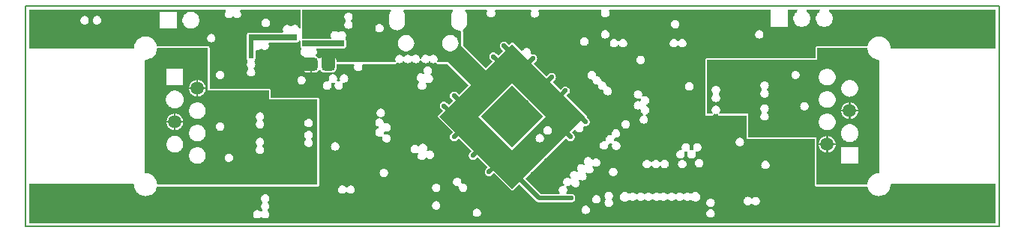
<source format=gbr>
G04 Layer_Physical_Order=3*
G04 Layer_Color=16440176*
%FSLAX44Y44*%
%MOMM*%
G71*
G01*
G75*
%ADD35C,0.2000*%
%ADD36C,0.5500*%
%ADD68C,1.5000*%
%ADD70C,1.5000*%
G04:AMPARAMS|DCode=73|XSize=1.5mm|YSize=1.5mm|CornerRadius=0.375mm|HoleSize=0mm|Usage=FLASHONLY|Rotation=0.000|XOffset=0mm|YOffset=0mm|HoleType=Round|Shape=RoundedRectangle|*
%AMROUNDEDRECTD73*
21,1,1.5000,0.7500,0,0,0.0*
21,1,0.7500,1.5000,0,0,0.0*
1,1,0.7500,0.3750,-0.3750*
1,1,0.7500,-0.3750,-0.3750*
1,1,0.7500,-0.3750,0.3750*
1,1,0.7500,0.3750,0.3750*
%
%ADD73ROUNDEDRECTD73*%
%ADD74P,7.0711X4X270.0*%
%ADD75C,0.5500*%
%ADD76R,4.7500X0.6750*%
%ADD77R,0.5500X2.1000*%
%ADD78R,5.5000X0.6750*%
%ADD79R,1.5000X1.2750*%
%ADD80R,1.3000X1.5000*%
G36*
X1095922Y201496D02*
X1037761D01*
X1036573Y201733D01*
X1035200Y201822D01*
X1033827Y201733D01*
X1032639Y201496D01*
X978021D01*
X977128Y202450D01*
X977016Y204151D01*
X976684Y205822D01*
X976136Y207436D01*
X975383Y208964D01*
X974436Y210381D01*
X973312Y211662D01*
X972031Y212786D01*
X970614Y213732D01*
X969086Y214486D01*
X967472Y215034D01*
X965800Y215366D01*
X964100Y215478D01*
X962400Y215366D01*
X960728Y215034D01*
X959114Y214486D01*
X957586Y213732D01*
X956169Y212786D01*
X954888Y211662D01*
X953764Y210381D01*
X952818Y208964D01*
X952064Y207436D01*
X951516Y205822D01*
X951251Y204490D01*
X951091Y204516D01*
X951058Y204513D01*
X951025Y204517D01*
X894250D01*
X893728Y204449D01*
X893241Y204247D01*
X892824Y203926D01*
X892503Y203509D01*
X892301Y203022D01*
X892233Y202500D01*
Y190767D01*
X880233D01*
X880135Y190754D01*
X880035Y190758D01*
X880000Y190754D01*
X879965Y190758D01*
X879865Y190754D01*
X879767Y190767D01*
X770000D01*
X769478Y190699D01*
X768991Y190497D01*
X768574Y190176D01*
X768253Y189759D01*
X768052Y189272D01*
X767983Y188750D01*
Y127750D01*
X768052Y127228D01*
X768253Y126741D01*
X768574Y126324D01*
X768991Y126003D01*
X769478Y125801D01*
X770000Y125733D01*
X775936D01*
X775995Y125741D01*
X776055Y125736D01*
X776256Y125775D01*
X776458Y125801D01*
X776513Y125824D01*
X776572Y125836D01*
X776756Y125925D01*
X776945Y126003D01*
X776992Y126039D01*
X777046Y126066D01*
X777200Y126199D01*
X777362Y126324D01*
X777399Y126371D01*
X777444Y126410D01*
X777559Y126579D01*
X777683Y126741D01*
X777706Y126797D01*
X777739Y126846D01*
X778236Y127837D01*
X778245Y127864D01*
X778261Y127888D01*
X778311Y128049D01*
X779069Y127819D01*
X780000Y127727D01*
X780931Y127819D01*
X781689Y128049D01*
X781739Y127888D01*
X781755Y127864D01*
X781764Y127837D01*
X782261Y126846D01*
X782294Y126797D01*
X782317Y126741D01*
X782441Y126579D01*
X782556Y126410D01*
X782601Y126371D01*
X782638Y126324D01*
X782800Y126199D01*
X782954Y126066D01*
X783008Y126039D01*
X783055Y126003D01*
X783244Y125925D01*
X783428Y125836D01*
X783487Y125824D01*
X783542Y125801D01*
X783744Y125775D01*
X783945Y125736D01*
X784005Y125741D01*
X784064Y125733D01*
X814483D01*
Y101250D01*
X814551Y100728D01*
X814753Y100241D01*
X815074Y99824D01*
X815491Y99503D01*
X815978Y99302D01*
X816500Y99233D01*
X891733D01*
Y47500D01*
X891802Y46978D01*
X892003Y46491D01*
X892324Y46074D01*
X892741Y45753D01*
X893228Y45552D01*
X893750Y45483D01*
X951025D01*
X951058Y45487D01*
X951091Y45484D01*
X951251Y45510D01*
X951516Y44178D01*
X952064Y42564D01*
X952818Y41036D01*
X953764Y39619D01*
X954888Y38338D01*
X956169Y37214D01*
X957586Y36267D01*
X959114Y35514D01*
X960728Y34966D01*
X962400Y34634D01*
X964100Y34522D01*
X965800Y34634D01*
X967472Y34966D01*
X969086Y35514D01*
X970614Y36267D01*
X972031Y37214D01*
X973312Y38338D01*
X974436Y39619D01*
X975383Y41036D01*
X976136Y42564D01*
X976684Y44178D01*
X977016Y45849D01*
X977128Y47550D01*
X978021Y48504D01*
X1032639D01*
X1033827Y48267D01*
X1035200Y48177D01*
X1036573Y48267D01*
X1037761Y48504D01*
X1095922D01*
Y4078D01*
X4078D01*
Y48504D01*
X62239D01*
X63426Y48267D01*
X64800Y48177D01*
X66174Y48267D01*
X67361Y48504D01*
X121979D01*
X122872Y47550D01*
X122984Y45849D01*
X123316Y44178D01*
X123864Y42564D01*
X124618Y41036D01*
X125564Y39619D01*
X126688Y38338D01*
X127969Y37214D01*
X129386Y36267D01*
X130914Y35514D01*
X132528Y34966D01*
X134199Y34634D01*
X135900Y34522D01*
X137600Y34634D01*
X139272Y34966D01*
X140886Y35514D01*
X142414Y36267D01*
X143831Y37214D01*
X145112Y38338D01*
X146236Y39619D01*
X147183Y41036D01*
X147936Y42564D01*
X148484Y44178D01*
X148749Y45510D01*
X148909Y45484D01*
X148942Y45487D01*
X148975Y45483D01*
X330000D01*
X330522Y45552D01*
X331009Y45753D01*
X331426Y46074D01*
X331747Y46491D01*
X331949Y46978D01*
X332017Y47500D01*
Y144000D01*
X331949Y144522D01*
X331747Y145009D01*
X331426Y145426D01*
X331009Y145747D01*
X330522Y145948D01*
X330000Y146017D01*
X277017D01*
Y154000D01*
X276949Y154522D01*
X276747Y155009D01*
X276426Y155426D01*
X276009Y155747D01*
X275522Y155948D01*
X275000Y156017D01*
X208267D01*
Y202500D01*
X208199Y203022D01*
X207997Y203509D01*
X207676Y203926D01*
X207259Y204247D01*
X206772Y204449D01*
X206250Y204517D01*
X148975D01*
X148942Y204513D01*
X148909Y204516D01*
X148749Y204490D01*
X148484Y205822D01*
X147936Y207436D01*
X147183Y208964D01*
X146236Y210381D01*
X145112Y211662D01*
X143831Y212786D01*
X142414Y213732D01*
X140886Y214486D01*
X139272Y215034D01*
X137600Y215366D01*
X135900Y215478D01*
X134199Y215366D01*
X132528Y215034D01*
X130914Y214486D01*
X129386Y213732D01*
X127969Y212786D01*
X126688Y211662D01*
X125564Y210381D01*
X124618Y208964D01*
X123864Y207436D01*
X123316Y205822D01*
X122984Y204151D01*
X122872Y202450D01*
X121979Y201496D01*
X67361D01*
X66174Y201733D01*
X64800Y201822D01*
X63426Y201733D01*
X62239Y201496D01*
X4078D01*
Y245922D01*
X226145D01*
X226682Y244422D01*
X226625Y244375D01*
X226031Y243652D01*
X225590Y242826D01*
X225319Y241931D01*
X225227Y241000D01*
X225319Y240069D01*
X225590Y239174D01*
X226031Y238348D01*
X226625Y237625D01*
X227348Y237031D01*
X228174Y236590D01*
X229069Y236319D01*
X230000Y236227D01*
X230931Y236319D01*
X231826Y236590D01*
X232652Y237031D01*
X233375Y237625D01*
X233582Y237878D01*
X233976Y238006D01*
X235024D01*
X235418Y237878D01*
X235625Y237625D01*
X236348Y237031D01*
X237174Y236590D01*
X238069Y236319D01*
X239000Y236227D01*
X239931Y236319D01*
X240826Y236590D01*
X241652Y237031D01*
X242375Y237625D01*
X242969Y238348D01*
X243410Y239174D01*
X243681Y240069D01*
X243773Y241000D01*
X243681Y241931D01*
X243410Y242826D01*
X242969Y243652D01*
X242375Y244375D01*
X242318Y244422D01*
X242855Y245922D01*
X310741D01*
Y241140D01*
X310727Y241000D01*
X310741Y240860D01*
Y224400D01*
X309241Y224327D01*
X309181Y224931D01*
X308910Y225826D01*
X308469Y226652D01*
X307875Y227375D01*
X307152Y227969D01*
X306327Y228410D01*
X305431Y228681D01*
X304500Y228773D01*
X303569Y228681D01*
X302673Y228410D01*
X301848Y227969D01*
X301125Y227375D01*
X300918Y227122D01*
X300524Y226994D01*
X299476D01*
X299082Y227122D01*
X298875Y227375D01*
X298152Y227969D01*
X297327Y228410D01*
X296431Y228681D01*
X295500Y228773D01*
X294569Y228681D01*
X293673Y228410D01*
X292848Y227969D01*
X292125Y227375D01*
X291531Y226652D01*
X291090Y225826D01*
X290819Y224931D01*
X290727Y224000D01*
X290819Y223069D01*
X291090Y222174D01*
X291531Y221348D01*
X291598Y221267D01*
X290889Y219767D01*
X252250D01*
X251728Y219699D01*
X251241Y219497D01*
X250824Y219176D01*
X250503Y218759D01*
X250301Y218272D01*
X250233Y217750D01*
Y211250D01*
Y193058D01*
X250227Y193000D01*
X250233Y192942D01*
Y190250D01*
X250301Y189728D01*
X250503Y189241D01*
X250824Y188824D01*
X250928Y188743D01*
X251102Y188401D01*
X251245Y187615D01*
X251248Y186916D01*
X251031Y186652D01*
X250590Y185826D01*
X250319Y184931D01*
X250227Y184000D01*
X250319Y183069D01*
X250590Y182173D01*
X251031Y181348D01*
X251625Y180625D01*
X251877Y180418D01*
X252006Y180024D01*
Y178976D01*
X251877Y178582D01*
X251625Y178375D01*
X251031Y177652D01*
X250590Y176826D01*
X250319Y175931D01*
X250227Y175000D01*
X250319Y174069D01*
X250590Y173174D01*
X251031Y172348D01*
X251625Y171625D01*
X252348Y171031D01*
X253174Y170590D01*
X254069Y170319D01*
X255000Y170227D01*
X255931Y170319D01*
X256826Y170590D01*
X257652Y171031D01*
X258375Y171625D01*
X258969Y172348D01*
X259410Y173174D01*
X259681Y174069D01*
X259773Y175000D01*
X259681Y175931D01*
X259410Y176826D01*
X258969Y177652D01*
X258375Y178375D01*
X258123Y178582D01*
X257994Y178976D01*
Y180024D01*
X258123Y180418D01*
X258375Y180625D01*
X258969Y181348D01*
X259410Y182173D01*
X259681Y183069D01*
X259773Y184000D01*
X259681Y184931D01*
X259410Y185826D01*
X258969Y186652D01*
X258752Y186916D01*
X258755Y187615D01*
X258898Y188401D01*
X259072Y188743D01*
X259176Y188824D01*
X259497Y189241D01*
X259699Y189728D01*
X259767Y190250D01*
Y192942D01*
X259773Y193000D01*
X259767Y193058D01*
Y199374D01*
X259987Y199668D01*
X261267Y200410D01*
X261569Y200319D01*
X262500Y200227D01*
X263431Y200319D01*
X264326Y200590D01*
X265152Y201031D01*
X265875Y201625D01*
X267125D01*
X267848Y201031D01*
X268673Y200590D01*
X269569Y200319D01*
X270500Y200227D01*
X271431Y200319D01*
X272327Y200590D01*
X273152Y201031D01*
X273875Y201625D01*
X274469Y202348D01*
X274910Y203174D01*
X275181Y204069D01*
X275273Y205000D01*
X275181Y205931D01*
X274910Y206826D01*
X274559Y207483D01*
X274752Y208097D01*
X275317Y208983D01*
X307250D01*
X307772Y209051D01*
X308259Y209253D01*
X308676Y209574D01*
X308997Y209991D01*
X309198Y210478D01*
X309233Y210738D01*
X310733Y210640D01*
Y207058D01*
X310727Y207000D01*
X310733Y206942D01*
Y204250D01*
X310802Y203728D01*
X311003Y203241D01*
X311324Y202824D01*
X311428Y202743D01*
X311602Y202401D01*
X311745Y201615D01*
X311748Y200916D01*
X311531Y200652D01*
X311090Y199827D01*
X310819Y198931D01*
X310727Y198000D01*
X310819Y197069D01*
X311090Y196173D01*
X311531Y195348D01*
X312125Y194625D01*
X312848Y194031D01*
X313673Y193590D01*
X314569Y193319D01*
X314603Y193315D01*
X315064Y192101D01*
X315102Y191759D01*
X314446Y190960D01*
X313912Y189961D01*
X313583Y188877D01*
X313472Y187750D01*
Y185000D01*
X323000D01*
Y184000D01*
X324000D01*
Y174472D01*
X326750D01*
X327877Y174583D01*
X328961Y174912D01*
X329960Y175446D01*
X330835Y176164D01*
X331554Y177040D01*
X331650Y177219D01*
X333350D01*
X333446Y177040D01*
X334165Y176164D01*
X335040Y175446D01*
X336039Y174912D01*
X337123Y174583D01*
X338250Y174472D01*
X345750D01*
X346877Y174583D01*
X347961Y174912D01*
X348960Y175446D01*
X349836Y176164D01*
X350554Y177040D01*
X351088Y178039D01*
X351417Y179123D01*
X351528Y180250D01*
Y184233D01*
X370641D01*
X371575Y182849D01*
X371562Y182733D01*
X371319Y181931D01*
X371227Y181000D01*
X371319Y180069D01*
X371590Y179174D01*
X372031Y178348D01*
X372625Y177625D01*
X373348Y177031D01*
X374174Y176590D01*
X375069Y176319D01*
X376000Y176227D01*
X376931Y176319D01*
X377826Y176590D01*
X378652Y177031D01*
X379375Y177625D01*
X379969Y178348D01*
X380410Y179174D01*
X380681Y180069D01*
X380773Y181000D01*
X380681Y181931D01*
X380438Y182733D01*
X380425Y182849D01*
X381359Y184233D01*
X417492D01*
X417520Y184236D01*
X417548Y184233D01*
X417781Y184271D01*
X418014Y184301D01*
X418040Y184312D01*
X418068Y184317D01*
X418283Y184413D01*
X418501Y184503D01*
X418523Y184520D01*
X418549Y184532D01*
X418732Y184680D01*
X418919Y184824D01*
X418936Y184846D01*
X418958Y184864D01*
X419305Y185231D01*
X419363Y185311D01*
X419433Y185380D01*
X419579Y185609D01*
X419614Y185657D01*
X420673Y185590D01*
X421569Y185319D01*
X422500Y185227D01*
X423431Y185319D01*
X424327Y185590D01*
X425152Y186031D01*
X425875Y186625D01*
X426385Y187246D01*
X427056Y187348D01*
X427444D01*
X428115Y187246D01*
X428625Y186625D01*
X429348Y186031D01*
X430173Y185590D01*
X431069Y185319D01*
X432000Y185227D01*
X432931Y185319D01*
X433826Y185590D01*
X434652Y186031D01*
X435375Y186625D01*
X435582Y186877D01*
X435976Y187006D01*
X437024D01*
X437418Y186877D01*
X437625Y186625D01*
X438348Y186031D01*
X439174Y185590D01*
X440069Y185319D01*
X441000Y185227D01*
X441931Y185319D01*
X442826Y185590D01*
X443652Y186031D01*
X444375Y186625D01*
X444969Y187348D01*
X445410Y188174D01*
X445442Y188279D01*
X445583Y188274D01*
X445746Y188253D01*
X447254D01*
X447417Y188274D01*
X447558Y188279D01*
X447590Y188174D01*
X448031Y187348D01*
X448625Y186625D01*
X449348Y186031D01*
X450173Y185590D01*
X451069Y185319D01*
X452000Y185227D01*
X452931Y185319D01*
X453826Y185590D01*
X454652Y186031D01*
X455375Y186625D01*
X455582Y186877D01*
X455976Y187006D01*
X457024D01*
X457418Y186877D01*
X457625Y186625D01*
X458348Y186031D01*
X459174Y185590D01*
X460069Y185319D01*
X461000Y185227D01*
X461931Y185319D01*
X462827Y185590D01*
X463886Y185657D01*
X463921Y185609D01*
X464067Y185380D01*
X464137Y185311D01*
X464195Y185231D01*
X464542Y184864D01*
X464564Y184846D01*
X464581Y184824D01*
X464768Y184680D01*
X464951Y184532D01*
X464977Y184520D01*
X464999Y184503D01*
X465217Y184413D01*
X465432Y184317D01*
X465460Y184312D01*
X465486Y184301D01*
X465719Y184271D01*
X465952Y184233D01*
X465980Y184236D01*
X466008Y184233D01*
X476664D01*
X500510Y160387D01*
X489723Y149600D01*
X487614Y151709D01*
X486891Y152303D01*
X486066Y152744D01*
X485170Y153016D01*
X484239Y153108D01*
X483308Y153016D01*
X482412Y152744D01*
X481587Y152303D01*
X480864Y151709D01*
X480271Y150986D01*
X479829Y150161D01*
X479558Y149266D01*
X479466Y148335D01*
X479558Y147403D01*
X479829Y146508D01*
X480271Y145683D01*
X480864Y144959D01*
X482973Y142850D01*
X478410Y138287D01*
X476300Y140396D01*
X475577Y140989D01*
X474752Y141431D01*
X473857Y141702D01*
X472925Y141794D01*
X471994Y141702D01*
X471099Y141431D01*
X470274Y140989D01*
X469550Y140396D01*
X468957Y139672D01*
X468516Y138847D01*
X468244Y137952D01*
X468152Y137021D01*
X468244Y136090D01*
X468516Y135194D01*
X468957Y134369D01*
X469550Y133646D01*
X469551Y133646D01*
X471660Y131537D01*
X466549Y126426D01*
X466229Y126009D01*
X466027Y125522D01*
X465958Y125000D01*
X466027Y124478D01*
X466229Y123991D01*
X466549Y123574D01*
X482973Y107150D01*
X480864Y105041D01*
X480271Y104317D01*
X479829Y103492D01*
X479558Y102597D01*
X479466Y101665D01*
X479558Y100734D01*
X479829Y99839D01*
X480271Y99014D01*
X480864Y98291D01*
X481587Y97697D01*
X482412Y97256D01*
X483308Y96984D01*
X484239Y96892D01*
X485170Y96984D01*
X486066Y97256D01*
X486891Y97697D01*
X487614Y98291D01*
X489723Y100400D01*
X504186Y85936D01*
X502077Y83827D01*
X501484Y83104D01*
X501043Y82279D01*
X500771Y81383D01*
X500679Y80452D01*
X500771Y79521D01*
X501043Y78626D01*
X501484Y77801D01*
X502077Y77077D01*
X502800Y76484D01*
X503626Y76043D01*
X504521Y75771D01*
X505452Y75679D01*
X506383Y75771D01*
X507279Y76043D01*
X508104Y76484D01*
X508827Y77077D01*
X510936Y79186D01*
X522571Y67552D01*
X520462Y65443D01*
X519869Y64719D01*
X519427Y63894D01*
X519156Y62999D01*
X519064Y62067D01*
X519156Y61136D01*
X519427Y60241D01*
X519869Y59416D01*
X520462Y58692D01*
X521185Y58099D01*
X522010Y57658D01*
X522906Y57386D01*
X523837Y57295D01*
X524768Y57386D01*
X525664Y57658D01*
X526489Y58099D01*
X527212Y58692D01*
X529321Y60802D01*
X548574Y41549D01*
X548991Y41229D01*
X549478Y41027D01*
X550000Y40958D01*
X550522Y41027D01*
X551009Y41229D01*
X551426Y41549D01*
X551427Y41549D01*
X557951Y48074D01*
X560060Y45965D01*
X560060Y45965D01*
X577030Y28994D01*
X577754Y28400D01*
X578579Y27959D01*
X579474Y27688D01*
X580406Y27596D01*
X616468D01*
X617399Y27688D01*
X618295Y27959D01*
X619120Y28400D01*
X619843Y28994D01*
X620437Y29717D01*
X620878Y30543D01*
X621149Y31438D01*
X621241Y32369D01*
X621149Y33300D01*
X620878Y34196D01*
X620437Y35021D01*
X619843Y35744D01*
X619120Y36338D01*
X618295Y36779D01*
X617399Y37050D01*
X616468Y37142D01*
X611664D01*
X611617Y37190D01*
X611025Y38642D01*
X611244Y38910D01*
X611685Y39735D01*
X611957Y40630D01*
X612049Y41561D01*
X611957Y42493D01*
X611685Y43388D01*
X611244Y44213D01*
X610894Y44640D01*
X611076Y45292D01*
X611262Y45623D01*
X611633Y46039D01*
X612225Y45981D01*
X613157Y46073D01*
X614052Y46344D01*
X614877Y46785D01*
X615600Y47379D01*
X615714Y47390D01*
X617262Y47039D01*
X617449Y46688D01*
X618043Y45965D01*
X618766Y45371D01*
X619591Y44930D01*
X620487Y44658D01*
X621418Y44567D01*
X622349Y44658D01*
X623244Y44930D01*
X624070Y45371D01*
X624793Y45965D01*
X625386Y46688D01*
X625827Y47513D01*
X626099Y48408D01*
X626191Y49340D01*
X626099Y50271D01*
X625827Y51166D01*
X625386Y51991D01*
X624965Y52505D01*
X626031Y53571D01*
X626544Y53149D01*
X627369Y52708D01*
X628265Y52436D01*
X629196Y52345D01*
X630127Y52436D01*
X631022Y52708D01*
X631848Y53149D01*
X632571Y53743D01*
X633164Y54466D01*
X633606Y55291D01*
X633877Y56187D01*
X633969Y57118D01*
X633877Y58049D01*
X633606Y58944D01*
X633164Y59770D01*
X632743Y60283D01*
X633809Y61349D01*
X634322Y60927D01*
X635148Y60486D01*
X636043Y60215D01*
X636974Y60123D01*
X637905Y60215D01*
X638801Y60486D01*
X639626Y60927D01*
X640349Y61521D01*
X640943Y62244D01*
X641384Y63069D01*
X641655Y63965D01*
X641747Y64896D01*
X641655Y65827D01*
X641384Y66722D01*
X640943Y67548D01*
X640521Y68061D01*
X641587Y69127D01*
X642101Y68706D01*
X642926Y68264D01*
X643821Y67993D01*
X644752Y67901D01*
X645683Y67993D01*
X646579Y68264D01*
X647404Y68706D01*
X648127Y69299D01*
X648721Y70022D01*
X649162Y70848D01*
X649434Y71743D01*
X649525Y72674D01*
X649434Y73605D01*
X649162Y74501D01*
X648721Y75326D01*
X648127Y76049D01*
X647404Y76643D01*
X646579Y77084D01*
X645683Y77355D01*
X644752Y77447D01*
X643821Y77355D01*
X642926Y77084D01*
X642101Y76643D01*
X641377Y76049D01*
X641264Y76038D01*
X639716Y76389D01*
X639529Y76740D01*
X638935Y77463D01*
X638212Y78057D01*
X637387Y78498D01*
X636491Y78770D01*
X635560Y78861D01*
X634629Y78770D01*
X633733Y78498D01*
X632908Y78057D01*
X632185Y77463D01*
X631591Y76740D01*
X631150Y75915D01*
X630879Y75019D01*
X630787Y74088D01*
X630879Y73157D01*
X631150Y72262D01*
X631591Y71437D01*
X632013Y70923D01*
X630947Y69857D01*
X630434Y70279D01*
X629608Y70720D01*
X628713Y70991D01*
X627782Y71083D01*
X626851Y70991D01*
X625955Y70720D01*
X625130Y70279D01*
X624407Y69685D01*
X623813Y68962D01*
X623372Y68137D01*
X623101Y67241D01*
X623009Y66310D01*
X623101Y65379D01*
X623372Y64484D01*
X623813Y63658D01*
X624235Y63145D01*
X623169Y62079D01*
X622655Y62501D01*
X621830Y62942D01*
X620935Y63213D01*
X620004Y63305D01*
X619072Y63213D01*
X618177Y62942D01*
X617352Y62501D01*
X616629Y61907D01*
X616035Y61184D01*
X615594Y60359D01*
X615322Y59463D01*
X615231Y58532D01*
X615322Y57601D01*
X615594Y56705D01*
X616035Y55880D01*
X616456Y55367D01*
X615391Y54301D01*
X614877Y54722D01*
X614052Y55163D01*
X613157Y55435D01*
X612225Y55527D01*
X611294Y55435D01*
X610399Y55163D01*
X609574Y54722D01*
X608850Y54129D01*
X608257Y53405D01*
X607816Y52580D01*
X607544Y51685D01*
X607452Y50754D01*
X607544Y49823D01*
X607816Y48927D01*
X608257Y48102D01*
X608608Y47675D01*
X608425Y47023D01*
X608239Y46692D01*
X607868Y46276D01*
X607276Y46334D01*
X606344Y46243D01*
X605449Y45971D01*
X604624Y45530D01*
X603901Y44936D01*
X603307Y44213D01*
X602866Y43388D01*
X602594Y42493D01*
X602503Y41561D01*
X602594Y40630D01*
X602866Y39735D01*
X603307Y38910D01*
X603527Y38642D01*
X602935Y37190D01*
X602887Y37142D01*
X582383D01*
X566810Y52715D01*
X564701Y54824D01*
X610277Y100400D01*
X612386Y98291D01*
X613109Y97697D01*
X613934Y97256D01*
X614830Y96984D01*
X615761Y96892D01*
X616692Y96984D01*
X617587Y97256D01*
X618413Y97697D01*
X619136Y98291D01*
X619729Y99014D01*
X620171Y99839D01*
X620442Y100734D01*
X620534Y101665D01*
X620442Y102597D01*
X620171Y103492D01*
X619729Y104317D01*
X619136Y105041D01*
X619136Y105041D01*
X617027Y107150D01*
X619668Y109790D01*
X620405Y109766D01*
X621420Y109422D01*
X621692Y108913D01*
X622285Y108190D01*
X623009Y107596D01*
X623834Y107155D01*
X624729Y106884D01*
X625660Y106792D01*
X626592Y106884D01*
X627487Y107155D01*
X628312Y107596D01*
X629035Y108190D01*
X629629Y108913D01*
X630070Y109738D01*
X630342Y110634D01*
X630433Y111565D01*
X630342Y112496D01*
X630219Y112901D01*
X630396Y113245D01*
X631052Y113900D01*
X631395Y114078D01*
X631800Y113955D01*
X632732Y113863D01*
X633663Y113955D01*
X634558Y114226D01*
X635383Y114667D01*
X636106Y115261D01*
X636700Y115984D01*
X637141Y116810D01*
X637413Y117705D01*
X637505Y118636D01*
X637413Y119567D01*
X637141Y120463D01*
X636700Y121288D01*
X636106Y122011D01*
X633875Y124242D01*
X633973Y124478D01*
X634042Y125000D01*
X633973Y125522D01*
X633771Y126009D01*
X633451Y126426D01*
X633451Y126426D01*
X611370Y148507D01*
X613479Y150616D01*
X614073Y151340D01*
X614514Y152165D01*
X614785Y153060D01*
X614877Y153991D01*
X614785Y154923D01*
X614514Y155818D01*
X614073Y156643D01*
X613479Y157366D01*
X612756Y157960D01*
X611931Y158401D01*
X611035Y158673D01*
X610104Y158764D01*
X609173Y158673D01*
X608278Y158401D01*
X607452Y157960D01*
X606729Y157366D01*
X604620Y155257D01*
X595814Y164064D01*
X597923Y166173D01*
X598516Y166896D01*
X598957Y167721D01*
X599229Y168617D01*
X599321Y169548D01*
X599229Y170479D01*
X598957Y171374D01*
X598516Y172199D01*
X597923Y172923D01*
X597199Y173516D01*
X596374Y173957D01*
X595479Y174229D01*
X594548Y174321D01*
X593617Y174229D01*
X592721Y173957D01*
X591896Y173516D01*
X591173Y172923D01*
X589064Y170814D01*
X574600Y185277D01*
X576709Y187386D01*
X576710Y187386D01*
X577303Y188109D01*
X577744Y188934D01*
X578016Y189830D01*
X578107Y190761D01*
X578016Y191692D01*
X577744Y192588D01*
X577303Y193413D01*
X576710Y194136D01*
X575986Y194729D01*
X575161Y195171D01*
X574266Y195442D01*
X573335Y195534D01*
X572403Y195442D01*
X571998Y195319D01*
X571655Y195497D01*
X570999Y196152D01*
X570822Y196495D01*
X570945Y196901D01*
X571036Y197832D01*
X570945Y198763D01*
X570673Y199659D01*
X570232Y200484D01*
X569638Y201207D01*
X568915Y201801D01*
X568090Y202242D01*
X567195Y202513D01*
X566264Y202605D01*
X565332Y202513D01*
X564437Y202242D01*
X563612Y201801D01*
X562888Y201207D01*
X562295Y200484D01*
X562023Y199975D01*
X561008Y199631D01*
X560271Y199607D01*
X551426Y208451D01*
X551009Y208771D01*
X550522Y208973D01*
X550000Y209042D01*
X549478Y208973D01*
X548991Y208771D01*
X548574Y208451D01*
X546292Y206169D01*
X544183Y208278D01*
X543459Y208872D01*
X542634Y209313D01*
X541739Y209584D01*
X540808Y209676D01*
X539876Y209584D01*
X538981Y209313D01*
X538156Y208872D01*
X537433Y208278D01*
X536839Y207555D01*
X536398Y206730D01*
X536126Y205834D01*
X536035Y204903D01*
X536126Y203972D01*
X536398Y203076D01*
X536839Y202251D01*
X537433Y201528D01*
X539542Y199419D01*
X534271Y194148D01*
X532162Y196257D01*
X531438Y196851D01*
X530613Y197292D01*
X529718Y197563D01*
X528787Y197655D01*
X527856Y197563D01*
X526960Y197292D01*
X526135Y196851D01*
X525412Y196257D01*
X524818Y195534D01*
X524377Y194709D01*
X524106Y193813D01*
X524014Y192882D01*
X524106Y191951D01*
X524377Y191056D01*
X524818Y190231D01*
X525412Y189507D01*
X527521Y187398D01*
X519863Y179740D01*
X494267Y205336D01*
Y221455D01*
X494246Y221618D01*
X494240Y221782D01*
X494212Y221878D01*
X494198Y221977D01*
X494161Y222524D01*
X494413Y223338D01*
X494516Y223556D01*
X494531Y223579D01*
X494784Y223876D01*
X495306Y224196D01*
X496384Y225116D01*
X497304Y226194D01*
X498044Y227402D01*
X498586Y228710D01*
X498917Y230088D01*
X499028Y231500D01*
Y238500D01*
X498917Y239912D01*
X498586Y241290D01*
X498044Y242599D01*
X497304Y243806D01*
X496778Y244422D01*
X497391Y245902D01*
X497410Y245922D01*
X521133D01*
X521640Y245205D01*
X521908Y244422D01*
X521590Y243827D01*
X521319Y242931D01*
X521227Y242000D01*
X521319Y241069D01*
X521590Y240173D01*
X522031Y239348D01*
X522625Y238625D01*
X523348Y238031D01*
X524173Y237590D01*
X525069Y237319D01*
X526000Y237227D01*
X526931Y237319D01*
X527826Y237590D01*
X528652Y238031D01*
X529375Y238625D01*
X529969Y239348D01*
X530410Y240173D01*
X530681Y241069D01*
X530773Y242000D01*
X530681Y242931D01*
X530410Y243827D01*
X530092Y244422D01*
X530360Y245205D01*
X530867Y245922D01*
X570858D01*
X571567Y244422D01*
X571487Y244324D01*
X571046Y243499D01*
X570775Y242604D01*
X570683Y241673D01*
X570775Y240742D01*
X571046Y239846D01*
X571487Y239021D01*
X572081Y238298D01*
X572804Y237704D01*
X573629Y237263D01*
X574525Y236991D01*
X575456Y236900D01*
X576387Y236991D01*
X577282Y237263D01*
X578108Y237704D01*
X578831Y238298D01*
X579424Y239021D01*
X579865Y239846D01*
X580137Y240742D01*
X580229Y241673D01*
X580137Y242604D01*
X579865Y243499D01*
X579424Y244324D01*
X579345Y244422D01*
X580054Y245922D01*
X650133D01*
X650640Y245205D01*
X650909Y244422D01*
X650590Y243827D01*
X650319Y242931D01*
X650227Y242000D01*
X650319Y241069D01*
X650590Y240173D01*
X651031Y239348D01*
X651625Y238625D01*
X652348Y238031D01*
X653174Y237590D01*
X654069Y237319D01*
X655000Y237227D01*
X655931Y237319D01*
X656827Y237590D01*
X657652Y238031D01*
X658375Y238625D01*
X658969Y239348D01*
X659410Y240173D01*
X659681Y241069D01*
X659773Y242000D01*
X659681Y242931D01*
X659410Y243827D01*
X659091Y244422D01*
X659360Y245205D01*
X659867Y245922D01*
X840775D01*
X842100Y245500D01*
X842100Y244422D01*
Y226500D01*
X861100D01*
Y244422D01*
X861100Y245500D01*
X862425Y245922D01*
X871768D01*
X871892Y245719D01*
X871417Y243720D01*
X871399Y243709D01*
X870262Y242738D01*
X869291Y241601D01*
X868509Y240326D01*
X867937Y238945D01*
X867588Y237491D01*
X867471Y236000D01*
X867588Y234509D01*
X867937Y233055D01*
X868509Y231674D01*
X869291Y230399D01*
X870262Y229262D01*
X871399Y228291D01*
X872674Y227509D01*
X874055Y226937D01*
X875509Y226588D01*
X877000Y226471D01*
X878491Y226588D01*
X879945Y226937D01*
X881326Y227509D01*
X882601Y228291D01*
X883738Y229262D01*
X884709Y230399D01*
X885491Y231674D01*
X886063Y233055D01*
X886412Y234509D01*
X886529Y236000D01*
X886412Y237491D01*
X886063Y238945D01*
X885491Y240326D01*
X884709Y241601D01*
X883738Y242738D01*
X882601Y243709D01*
X882583Y243720D01*
X882108Y245719D01*
X882232Y245922D01*
X897168D01*
X897292Y245719D01*
X896817Y243720D01*
X896799Y243709D01*
X895662Y242738D01*
X894691Y241601D01*
X893909Y240326D01*
X893337Y238945D01*
X892988Y237491D01*
X892871Y236000D01*
X892988Y234509D01*
X893337Y233055D01*
X893909Y231674D01*
X894691Y230399D01*
X895662Y229262D01*
X896799Y228291D01*
X898074Y227509D01*
X899455Y226937D01*
X900909Y226588D01*
X902400Y226471D01*
X903891Y226588D01*
X905345Y226937D01*
X906726Y227509D01*
X908001Y228291D01*
X909138Y229262D01*
X910109Y230399D01*
X910891Y231674D01*
X911463Y233055D01*
X911812Y234509D01*
X911929Y236000D01*
X911812Y237491D01*
X911463Y238945D01*
X910891Y240326D01*
X910109Y241601D01*
X909138Y242738D01*
X908001Y243709D01*
X907983Y243720D01*
X907508Y245719D01*
X907632Y245922D01*
X1095922D01*
Y201496D01*
D02*
G37*
G36*
X951072Y202450D02*
X951184Y200749D01*
X951516Y199078D01*
X952064Y197465D01*
X952818Y195936D01*
X953764Y194519D01*
X954888Y193238D01*
X956169Y192114D01*
X957586Y191168D01*
X959114Y190414D01*
X960728Y189866D01*
X962400Y189534D01*
X964100Y189422D01*
X965000Y188579D01*
Y61421D01*
X964100Y60578D01*
X962400Y60466D01*
X960728Y60134D01*
X959114Y59586D01*
X957586Y58833D01*
X956169Y57886D01*
X954888Y56762D01*
X953764Y55481D01*
X952818Y54064D01*
X952064Y52536D01*
X951516Y50922D01*
X951184Y49250D01*
X951072Y47550D01*
X951025Y47500D01*
X893750D01*
Y101250D01*
X816500D01*
Y127750D01*
X784064D01*
X783568Y128741D01*
X783478Y129250D01*
X783969Y129848D01*
X784410Y130673D01*
X784681Y131569D01*
X784773Y132500D01*
X784681Y133431D01*
X784410Y134326D01*
X783969Y135152D01*
X783375Y135875D01*
X782652Y136469D01*
X781826Y136910D01*
X780931Y137181D01*
X780000Y137273D01*
X779069Y137181D01*
X778174Y136910D01*
X777348Y136469D01*
X776625Y135875D01*
X776031Y135152D01*
X775590Y134326D01*
X775319Y133431D01*
X775227Y132500D01*
X775319Y131569D01*
X775590Y130673D01*
X776031Y129848D01*
X776522Y129250D01*
X776432Y128741D01*
X775936Y127750D01*
X770000D01*
Y188750D01*
X879767D01*
X880000Y188727D01*
X880233Y188750D01*
X894250D01*
Y202500D01*
X951025D01*
X951072Y202450D01*
D02*
G37*
G36*
X206250Y154000D02*
X275000D01*
Y144000D01*
X330000D01*
Y47500D01*
X148975D01*
X148928Y47550D01*
X148816Y49250D01*
X148484Y50922D01*
X147936Y52536D01*
X147183Y54064D01*
X146236Y55481D01*
X145112Y56762D01*
X143831Y57886D01*
X142414Y58833D01*
X140886Y59586D01*
X139272Y60134D01*
X137600Y60466D01*
X135900Y60578D01*
X135000Y61421D01*
Y188579D01*
X135900Y189422D01*
X137600Y189534D01*
X139272Y189866D01*
X140886Y190414D01*
X142414Y191168D01*
X143831Y192114D01*
X145112Y193238D01*
X146236Y194519D01*
X147183Y195936D01*
X147936Y197465D01*
X148484Y199078D01*
X148816Y200749D01*
X148928Y202450D01*
X148975Y202500D01*
X206250D01*
Y154000D01*
D02*
G37*
G36*
X482609Y245902D02*
X483222Y244422D01*
X482696Y243806D01*
X481956Y242599D01*
X481414Y241290D01*
X481083Y239912D01*
X480972Y238500D01*
Y231500D01*
X481083Y230088D01*
X481414Y228710D01*
X481956Y227402D01*
X482696Y226194D01*
X483616Y225116D01*
X484694Y224196D01*
X485901Y223456D01*
X487210Y222914D01*
X488588Y222583D01*
X490000Y222472D01*
X490750Y222531D01*
X492250Y221455D01*
Y204500D01*
X519863Y176887D01*
X550000Y207024D01*
X632024Y125000D01*
X550000Y42976D01*
X467976Y125000D01*
X503363Y160387D01*
X477500Y186250D01*
X466008D01*
X465660Y186617D01*
X465183Y187750D01*
X465410Y188174D01*
X465681Y189069D01*
X465773Y190000D01*
X465681Y190931D01*
X465410Y191826D01*
X464969Y192652D01*
X464375Y193375D01*
X463652Y193969D01*
X462827Y194410D01*
X461931Y194681D01*
X461000Y194773D01*
X460069Y194681D01*
X459174Y194410D01*
X458348Y193969D01*
X457625Y193375D01*
X457418Y193123D01*
X457024Y192994D01*
X455976D01*
X455582Y193123D01*
X455375Y193375D01*
X454652Y193969D01*
X453826Y194410D01*
X452931Y194681D01*
X452000Y194773D01*
X451069Y194681D01*
X450173Y194410D01*
X449348Y193969D01*
X448625Y193375D01*
X448031Y192652D01*
X447590Y191826D01*
X447319Y190931D01*
X447254Y190270D01*
X445746D01*
X445681Y190931D01*
X445410Y191826D01*
X444969Y192652D01*
X444375Y193375D01*
X443652Y193969D01*
X442826Y194410D01*
X441931Y194681D01*
X441000Y194773D01*
X440069Y194681D01*
X439174Y194410D01*
X438348Y193969D01*
X437625Y193375D01*
X437418Y193123D01*
X437024Y192994D01*
X435976D01*
X435582Y193123D01*
X435375Y193375D01*
X434652Y193969D01*
X433826Y194410D01*
X432931Y194681D01*
X432000Y194773D01*
X431069Y194681D01*
X430173Y194410D01*
X429348Y193969D01*
X428625Y193375D01*
X428115Y192754D01*
X427444Y192652D01*
X427056D01*
X426385Y192754D01*
X425875Y193375D01*
X425152Y193969D01*
X424327Y194410D01*
X423431Y194681D01*
X422500Y194773D01*
X421569Y194681D01*
X420673Y194410D01*
X419848Y193969D01*
X419125Y193375D01*
X418531Y192652D01*
X418090Y191826D01*
X417819Y190931D01*
X417727Y190000D01*
X417819Y189069D01*
X418090Y188174D01*
X418317Y187750D01*
X417840Y186617D01*
X417492Y186250D01*
X351528D01*
Y187750D01*
X351417Y188877D01*
X351088Y189961D01*
X350554Y190960D01*
X349836Y191835D01*
X348960Y192554D01*
X347961Y193088D01*
X346877Y193417D01*
X345750Y193528D01*
X343000D01*
Y184000D01*
X341000D01*
Y193528D01*
X338250D01*
X337123Y193417D01*
X336039Y193088D01*
X335040Y192554D01*
X334165Y191835D01*
X333446Y190960D01*
X333350Y190781D01*
X331650D01*
X331554Y190960D01*
X330835Y191835D01*
X329960Y192554D01*
X328961Y193088D01*
X328527Y193220D01*
X328196Y193934D01*
X328059Y194711D01*
X328083Y194878D01*
X328469Y195348D01*
X328910Y196173D01*
X329181Y197069D01*
X329273Y198000D01*
X329181Y198931D01*
X328910Y199827D01*
X328469Y200652D01*
X328402Y200733D01*
X329112Y202233D01*
X360250D01*
X360772Y202302D01*
X361259Y202503D01*
X361676Y202824D01*
X361997Y203241D01*
X362198Y203728D01*
X362267Y204250D01*
Y208192D01*
X362273Y208250D01*
X362267Y208308D01*
Y211000D01*
X362198Y211522D01*
X361997Y212009D01*
X361676Y212426D01*
X361626Y212502D01*
X361379Y213841D01*
X361429Y214300D01*
X361469Y214348D01*
X361910Y215173D01*
X362181Y216069D01*
X362273Y217000D01*
X362181Y217931D01*
X361910Y218827D01*
X361469Y219652D01*
X360875Y220375D01*
X360152Y220969D01*
X359327Y221410D01*
X358431Y221681D01*
X357500Y221773D01*
X356569Y221681D01*
X355673Y221410D01*
X354848Y220969D01*
X354125Y220375D01*
X352875D01*
X352152Y220969D01*
X351327Y221410D01*
X350431Y221681D01*
X349500Y221773D01*
X348569Y221681D01*
X347673Y221410D01*
X346848Y220969D01*
X346125Y220375D01*
X345531Y219652D01*
X345090Y218827D01*
X344819Y217931D01*
X344727Y217000D01*
X344819Y216069D01*
X345090Y215173D01*
X345441Y214517D01*
X345248Y213903D01*
X344683Y213017D01*
X312758D01*
Y245922D01*
X412590D01*
X412609Y245902D01*
X413222Y244422D01*
X412696Y243806D01*
X411956Y242599D01*
X411414Y241290D01*
X411083Y239912D01*
X410972Y238500D01*
Y231500D01*
X411083Y230088D01*
X411414Y228710D01*
X411956Y227402D01*
X412696Y226194D01*
X413616Y225116D01*
X414694Y224196D01*
X415901Y223456D01*
X417210Y222914D01*
X418588Y222583D01*
X420000Y222472D01*
X421412Y222583D01*
X422790Y222914D01*
X424099Y223456D01*
X425306Y224196D01*
X426384Y225116D01*
X427304Y226194D01*
X428044Y227402D01*
X428586Y228710D01*
X428917Y230088D01*
X429028Y231500D01*
Y238500D01*
X428917Y239912D01*
X428586Y241290D01*
X428044Y242599D01*
X427304Y243806D01*
X426778Y244422D01*
X427391Y245902D01*
X427410Y245922D01*
X482590D01*
X482609Y245902D01*
D02*
G37*
%LPC*%
G36*
X807000Y100773D02*
X806069Y100681D01*
X805173Y100410D01*
X804348Y99969D01*
X803625Y99375D01*
X803031Y98652D01*
X802590Y97827D01*
X802319Y96931D01*
X802227Y96000D01*
X802319Y95069D01*
X802590Y94173D01*
X803031Y93348D01*
X803625Y92625D01*
X804348Y92031D01*
X805173Y91590D01*
X806069Y91319D01*
X807000Y91227D01*
X807931Y91319D01*
X808827Y91590D01*
X809652Y92031D01*
X810375Y92625D01*
X810969Y93348D01*
X811410Y94173D01*
X811681Y95069D01*
X811773Y96000D01*
X811681Y96931D01*
X811410Y97827D01*
X810969Y98652D01*
X810375Y99375D01*
X809652Y99969D01*
X808827Y100410D01*
X807931Y100681D01*
X807000Y100773D01*
D02*
G37*
G36*
X449237Y94064D02*
X448306Y93972D01*
X447411Y93701D01*
X446586Y93260D01*
X445862Y92666D01*
X445269Y91943D01*
X445081Y91592D01*
X443534Y91241D01*
X443420Y91252D01*
X442697Y91846D01*
X441871Y92287D01*
X440976Y92558D01*
X440045Y92650D01*
X439114Y92558D01*
X438218Y92287D01*
X437393Y91846D01*
X436670Y91252D01*
X436076Y90529D01*
X435635Y89704D01*
X435364Y88808D01*
X435272Y87877D01*
X435364Y86946D01*
X435635Y86050D01*
X436076Y85225D01*
X436670Y84502D01*
X437393Y83908D01*
X438218Y83467D01*
X439114Y83196D01*
X440045Y83104D01*
X440976Y83196D01*
X441871Y83467D01*
X442583Y83847D01*
X442868Y83737D01*
X443683Y82921D01*
X443793Y82636D01*
X443413Y81925D01*
X443142Y81030D01*
X443050Y80099D01*
X443142Y79168D01*
X443413Y78272D01*
X443854Y77447D01*
X444448Y76724D01*
X445171Y76130D01*
X445997Y75689D01*
X446892Y75417D01*
X447823Y75326D01*
X448754Y75417D01*
X449650Y75689D01*
X450475Y76130D01*
X451198Y76724D01*
X451792Y77447D01*
X451979Y77798D01*
X453526Y78149D01*
X453641Y78138D01*
X454364Y77544D01*
X455189Y77103D01*
X456084Y76832D01*
X457015Y76740D01*
X457947Y76832D01*
X458842Y77103D01*
X459667Y77544D01*
X460390Y78138D01*
X460984Y78861D01*
X461425Y79686D01*
X461697Y80582D01*
X461788Y81513D01*
X461697Y82444D01*
X461425Y83340D01*
X460984Y84165D01*
X460390Y84888D01*
X459667Y85482D01*
X458842Y85923D01*
X457947Y86194D01*
X457015Y86286D01*
X456084Y86194D01*
X455189Y85923D01*
X454478Y85542D01*
X454193Y85653D01*
X453377Y86468D01*
X453267Y86754D01*
X453647Y87465D01*
X453918Y88360D01*
X454010Y89291D01*
X453918Y90222D01*
X453647Y91118D01*
X453206Y91943D01*
X452612Y92666D01*
X451889Y93260D01*
X451064Y93701D01*
X450168Y93972D01*
X449237Y94064D01*
D02*
G37*
G36*
X759000Y94773D02*
X758069Y94681D01*
X757173Y94410D01*
X756348Y93969D01*
X755625Y93375D01*
X755031Y92652D01*
X754590Y91826D01*
X754319Y90931D01*
X754227Y90000D01*
X754319Y89069D01*
X754590Y88174D01*
X754769Y87839D01*
X753794Y86571D01*
X753431Y86681D01*
X752500Y86773D01*
X751569Y86681D01*
X751206Y86571D01*
X750231Y87839D01*
X750410Y88174D01*
X750681Y89069D01*
X750773Y90000D01*
X750681Y90931D01*
X750410Y91826D01*
X749969Y92652D01*
X749375Y93375D01*
X748652Y93969D01*
X747827Y94410D01*
X746931Y94681D01*
X746000Y94773D01*
X745069Y94681D01*
X744174Y94410D01*
X743348Y93969D01*
X742625Y93375D01*
X742031Y92652D01*
X741590Y91826D01*
X741319Y90931D01*
X741227Y90000D01*
X741319Y89069D01*
X741590Y88174D01*
X741670Y88025D01*
X741254Y87268D01*
X740674Y86707D01*
X740000Y86773D01*
X739069Y86681D01*
X738174Y86410D01*
X737348Y85969D01*
X736625Y85375D01*
X736031Y84652D01*
X735590Y83827D01*
X735319Y82931D01*
X735227Y82000D01*
X735319Y81069D01*
X735590Y80173D01*
X736031Y79348D01*
X736625Y78625D01*
X737348Y78031D01*
X738174Y77590D01*
X739069Y77319D01*
X740000Y77227D01*
X740931Y77319D01*
X741826Y77590D01*
X742652Y78031D01*
X743375Y78625D01*
X743969Y79348D01*
X744410Y80173D01*
X744681Y81069D01*
X744773Y82000D01*
X744681Y82931D01*
X744410Y83827D01*
X744330Y83975D01*
X744746Y84733D01*
X745326Y85293D01*
X746000Y85227D01*
X746931Y85319D01*
X747294Y85429D01*
X748269Y84161D01*
X748090Y83827D01*
X747819Y82931D01*
X747727Y82000D01*
X747819Y81069D01*
X748090Y80173D01*
X748531Y79348D01*
X749125Y78625D01*
X749848Y78031D01*
X750674Y77590D01*
X751569Y77319D01*
X752500Y77227D01*
X753431Y77319D01*
X754327Y77590D01*
X755152Y78031D01*
X755875Y78625D01*
X756469Y79348D01*
X756910Y80173D01*
X757181Y81069D01*
X757273Y82000D01*
X757181Y82931D01*
X756910Y83827D01*
X756731Y84161D01*
X757706Y85429D01*
X758069Y85319D01*
X759000Y85227D01*
X759931Y85319D01*
X760826Y85590D01*
X761652Y86031D01*
X762375Y86625D01*
X762969Y87348D01*
X763410Y88174D01*
X763681Y89069D01*
X763773Y90000D01*
X763681Y90931D01*
X763410Y91826D01*
X762969Y92652D01*
X762375Y93375D01*
X761652Y93969D01*
X760826Y94410D01*
X759931Y94681D01*
X759000Y94773D01*
D02*
G37*
G36*
X350000Y95773D02*
X349069Y95681D01*
X348173Y95410D01*
X347348Y94969D01*
X346625Y94375D01*
X346031Y93652D01*
X345590Y92826D01*
X345319Y91931D01*
X345227Y91000D01*
X345319Y90069D01*
X345590Y89173D01*
X346031Y88348D01*
X346625Y87625D01*
X347348Y87031D01*
X348173Y86590D01*
X349069Y86319D01*
X350000Y86227D01*
X350931Y86319D01*
X351827Y86590D01*
X352652Y87031D01*
X353375Y87625D01*
X353969Y88348D01*
X354410Y89173D01*
X354681Y90069D01*
X354773Y91000D01*
X354681Y91931D01*
X354410Y92826D01*
X353969Y93652D01*
X353375Y94375D01*
X352652Y94969D01*
X351827Y95410D01*
X350931Y95681D01*
X350000Y95773D01*
D02*
G37*
G36*
X678000Y120773D02*
X677069Y120681D01*
X676173Y120410D01*
X675348Y119969D01*
X674625Y119375D01*
X674031Y118652D01*
X673590Y117826D01*
X673319Y116931D01*
X673227Y116000D01*
X673319Y115069D01*
X673590Y114173D01*
X674031Y113348D01*
X674625Y112625D01*
X675348Y112031D01*
X676173Y111590D01*
X677069Y111319D01*
X678000Y111227D01*
X678931Y111319D01*
X679827Y111590D01*
X680652Y112031D01*
X681375Y112625D01*
X681969Y113348D01*
X682410Y114173D01*
X682681Y115069D01*
X682773Y116000D01*
X682681Y116931D01*
X682410Y117826D01*
X681969Y118652D01*
X681375Y119375D01*
X680652Y119969D01*
X679827Y120410D01*
X678931Y120681D01*
X678000Y120773D01*
D02*
G37*
G36*
X400000Y122773D02*
X399069Y122681D01*
X398173Y122410D01*
X397348Y121969D01*
X396625Y121375D01*
X396031Y120652D01*
X395590Y119826D01*
X395319Y118931D01*
X395227Y118000D01*
X395319Y117069D01*
X395590Y116173D01*
X396031Y115348D01*
X396625Y114625D01*
X397348Y114031D01*
X398173Y113590D01*
X398881Y113376D01*
X398946Y113355D01*
X399069Y113077D01*
Y111923D01*
X398946Y111645D01*
X398881Y111624D01*
X398173Y111410D01*
X397348Y110969D01*
X396625Y110375D01*
X396031Y109652D01*
X395590Y108827D01*
X395319Y107931D01*
X395227Y107000D01*
X395319Y106069D01*
X395590Y105173D01*
X396031Y104348D01*
X396625Y103625D01*
X397348Y103031D01*
X398173Y102590D01*
X399069Y102319D01*
X400000Y102227D01*
X400931Y102319D01*
X401827Y102590D01*
X402486Y102943D01*
X402637Y102871D01*
X403590Y101826D01*
X403319Y100931D01*
X403227Y100000D01*
X403319Y99069D01*
X403590Y98174D01*
X404031Y97348D01*
X404625Y96625D01*
X405348Y96031D01*
X406174Y95590D01*
X407069Y95319D01*
X408000Y95227D01*
X408931Y95319D01*
X409827Y95590D01*
X410652Y96031D01*
X411375Y96625D01*
X411969Y97348D01*
X412410Y98174D01*
X412681Y99069D01*
X412773Y100000D01*
X412681Y100931D01*
X412410Y101826D01*
X411969Y102652D01*
X411375Y103375D01*
X410652Y103969D01*
X409827Y104410D01*
X408931Y104681D01*
X408000Y104773D01*
X407069Y104681D01*
X406174Y104410D01*
X405514Y104057D01*
X405363Y104129D01*
X404410Y105174D01*
X404681Y106069D01*
X404773Y107000D01*
X404759Y107146D01*
X406165Y108095D01*
X406174Y108090D01*
X407069Y107819D01*
X408000Y107727D01*
X408931Y107819D01*
X409827Y108090D01*
X410652Y108531D01*
X411375Y109125D01*
X411969Y109848D01*
X412410Y110674D01*
X412681Y111569D01*
X412773Y112500D01*
X412681Y113431D01*
X412410Y114326D01*
X411969Y115152D01*
X411375Y115875D01*
X410652Y116469D01*
X409827Y116910D01*
X408931Y117181D01*
X408000Y117273D01*
X407069Y117181D01*
X406174Y116910D01*
X406165Y116905D01*
X404759Y117854D01*
X404773Y118000D01*
X404681Y118931D01*
X404410Y119826D01*
X403969Y120652D01*
X403375Y121375D01*
X402652Y121969D01*
X401827Y122410D01*
X400931Y122681D01*
X400000Y122773D01*
D02*
G37*
G36*
X667026Y110328D02*
X666095Y110236D01*
X665200Y109964D01*
X664374Y109523D01*
X663651Y108930D01*
X663058Y108206D01*
X662617Y107381D01*
X662345Y106486D01*
X662253Y105555D01*
X662332Y104754D01*
X661929Y104208D01*
X661655Y103934D01*
X661109Y103531D01*
X660309Y103610D01*
X659378Y103518D01*
X658482Y103247D01*
X657657Y102806D01*
X656934Y102212D01*
X656340Y101489D01*
X655899Y100664D01*
X655627Y99768D01*
X655536Y98837D01*
X655614Y98037D01*
X655212Y97491D01*
X654938Y97216D01*
X654391Y96814D01*
X653591Y96892D01*
X652660Y96801D01*
X651765Y96529D01*
X650939Y96088D01*
X650216Y95494D01*
X649623Y94771D01*
X649182Y93946D01*
X648910Y93051D01*
X648818Y92120D01*
X648910Y91188D01*
X649182Y90293D01*
X649623Y89468D01*
X650216Y88744D01*
X650939Y88151D01*
X651765Y87710D01*
X652660Y87438D01*
X653591Y87347D01*
X654522Y87438D01*
X655418Y87710D01*
X656243Y88151D01*
X656966Y88744D01*
X657560Y89468D01*
X658001Y90293D01*
X658272Y91188D01*
X658364Y92120D01*
X658285Y92920D01*
X658688Y93466D01*
X658962Y93740D01*
X659509Y94143D01*
X660309Y94064D01*
X661240Y94156D01*
X661645Y94279D01*
X661988Y94101D01*
X662644Y93446D01*
X662821Y93103D01*
X662699Y92697D01*
X662607Y91766D01*
X662699Y90835D01*
X662970Y89939D01*
X663411Y89114D01*
X664005Y88391D01*
X664728Y87797D01*
X665553Y87356D01*
X666449Y87085D01*
X667380Y86993D01*
X668311Y87085D01*
X669206Y87356D01*
X670031Y87797D01*
X670755Y88391D01*
X671348Y89114D01*
X671789Y89939D01*
X672061Y90835D01*
X672153Y91766D01*
X672061Y92697D01*
X671789Y93593D01*
X671348Y94418D01*
X670755Y95141D01*
X670031Y95735D01*
X669206Y96176D01*
X668311Y96447D01*
X667380Y96539D01*
X666449Y96447D01*
X666043Y96324D01*
X665700Y96502D01*
X665045Y97157D01*
X664867Y97501D01*
X664990Y97906D01*
X665082Y98837D01*
X665003Y99637D01*
X665406Y100184D01*
X665679Y100458D01*
X666226Y100860D01*
X667026Y100782D01*
X667957Y100873D01*
X668853Y101145D01*
X669678Y101586D01*
X670401Y102180D01*
X670995Y102903D01*
X671436Y103728D01*
X671707Y104623D01*
X671799Y105555D01*
X671707Y106486D01*
X671436Y107381D01*
X670995Y108206D01*
X670401Y108930D01*
X669678Y109523D01*
X668853Y109964D01*
X667957Y110236D01*
X667026Y110328D01*
D02*
G37*
G36*
X645000Y35773D02*
X644069Y35681D01*
X643174Y35410D01*
X642348Y34969D01*
X641625Y34375D01*
X641031Y33652D01*
X640590Y32826D01*
X640319Y31931D01*
X640227Y31000D01*
X640319Y30069D01*
X640590Y29173D01*
X641031Y28348D01*
X641625Y27625D01*
X642348Y27031D01*
X643174Y26590D01*
X644069Y26319D01*
X645000Y26227D01*
X645931Y26319D01*
X646826Y26590D01*
X647652Y27031D01*
X648375Y27625D01*
X648969Y28348D01*
X649410Y29173D01*
X649681Y30069D01*
X649773Y31000D01*
X649681Y31931D01*
X649410Y32826D01*
X648969Y33652D01*
X648375Y34375D01*
X647652Y34969D01*
X646826Y35410D01*
X645931Y35681D01*
X645000Y35773D01*
D02*
G37*
G36*
X774000Y31773D02*
X773069Y31681D01*
X772173Y31410D01*
X771348Y30969D01*
X770625Y30375D01*
X770031Y29652D01*
X769590Y28826D01*
X769319Y27931D01*
X769227Y27000D01*
X769319Y26069D01*
X769590Y25173D01*
X770031Y24348D01*
X770625Y23625D01*
X771348Y23031D01*
X772173Y22590D01*
X773069Y22319D01*
X774000Y22227D01*
X774931Y22319D01*
X775826Y22590D01*
X776652Y23031D01*
X777375Y23625D01*
X777969Y24348D01*
X778410Y25173D01*
X778681Y26069D01*
X778773Y27000D01*
X778681Y27931D01*
X778410Y28826D01*
X777969Y29652D01*
X777375Y30375D01*
X776652Y30969D01*
X775826Y31410D01*
X774931Y31681D01*
X774000Y31773D01*
D02*
G37*
G36*
X825000Y33773D02*
X824069Y33681D01*
X823174Y33410D01*
X822348Y32969D01*
X821625Y32375D01*
X821418Y32122D01*
X821024Y31995D01*
X819976D01*
X819582Y32122D01*
X819375Y32375D01*
X818652Y32969D01*
X817827Y33410D01*
X816931Y33681D01*
X816000Y33773D01*
X815069Y33681D01*
X814174Y33410D01*
X813348Y32969D01*
X812625Y32375D01*
X812031Y31652D01*
X811590Y30826D01*
X811319Y29931D01*
X811227Y29000D01*
X811319Y28069D01*
X811590Y27174D01*
X812031Y26348D01*
X812625Y25625D01*
X813348Y25031D01*
X814174Y24590D01*
X815069Y24319D01*
X816000Y24227D01*
X816931Y24319D01*
X817827Y24590D01*
X818652Y25031D01*
X819375Y25625D01*
X819582Y25877D01*
X819976Y26005D01*
X821024D01*
X821418Y25877D01*
X821625Y25625D01*
X822348Y25031D01*
X823174Y24590D01*
X824069Y24319D01*
X825000Y24227D01*
X825931Y24319D01*
X826826Y24590D01*
X827652Y25031D01*
X828375Y25625D01*
X828969Y26348D01*
X829410Y27174D01*
X829681Y28069D01*
X829773Y29000D01*
X829681Y29931D01*
X829410Y30826D01*
X828969Y31652D01*
X828375Y32375D01*
X827652Y32969D01*
X826826Y33410D01*
X825931Y33681D01*
X825000Y33773D01*
D02*
G37*
G36*
X464086Y48809D02*
X463155Y48717D01*
X462260Y48446D01*
X461435Y48005D01*
X460712Y47411D01*
X460118Y46688D01*
X459677Y45863D01*
X459405Y44967D01*
X459314Y44036D01*
X459405Y43105D01*
X459677Y42210D01*
X460118Y41385D01*
X460712Y40661D01*
X461435Y40068D01*
X462260Y39627D01*
X463155Y39355D01*
X464086Y39263D01*
X465018Y39355D01*
X465913Y39627D01*
X466738Y40068D01*
X467462Y40661D01*
X468055Y41385D01*
X468496Y42210D01*
X468768Y43105D01*
X468859Y44036D01*
X468768Y44967D01*
X468496Y45863D01*
X468055Y46688D01*
X467462Y47411D01*
X466738Y48005D01*
X465913Y48446D01*
X465018Y48717D01*
X464086Y48809D01*
D02*
G37*
G36*
X757000Y39527D02*
X755922Y39420D01*
X754885Y39106D01*
X753930Y38595D01*
X753092Y37908D01*
X752985Y37778D01*
X751578Y37426D01*
X751022Y37665D01*
X750652Y37969D01*
X749827Y38410D01*
X748931Y38681D01*
X748000Y38773D01*
X747069Y38681D01*
X746173Y38410D01*
X745348Y37969D01*
X744625Y37375D01*
X744418Y37122D01*
X744024Y36995D01*
X742976D01*
X742582Y37122D01*
X742375Y37375D01*
X741652Y37969D01*
X740826Y38410D01*
X739931Y38681D01*
X739000Y38773D01*
X738069Y38681D01*
X737173Y38410D01*
X736348Y37969D01*
X735625Y37375D01*
X735418Y37122D01*
X735024Y36995D01*
X733976D01*
X733582Y37122D01*
X733375Y37375D01*
X732652Y37969D01*
X731826Y38410D01*
X730931Y38681D01*
X730000Y38773D01*
X729069Y38681D01*
X728173Y38410D01*
X727348Y37969D01*
X726625Y37375D01*
X726418Y37122D01*
X726024Y36995D01*
X724976D01*
X724582Y37122D01*
X724375Y37375D01*
X723652Y37969D01*
X722827Y38410D01*
X721931Y38681D01*
X721000Y38773D01*
X720069Y38681D01*
X719174Y38410D01*
X718348Y37969D01*
X717625Y37375D01*
X716375D01*
X715652Y37969D01*
X714827Y38410D01*
X713931Y38681D01*
X713000Y38773D01*
X712069Y38681D01*
X711173Y38410D01*
X710348Y37969D01*
X709625Y37375D01*
X709418Y37122D01*
X709024Y36995D01*
X707976D01*
X707582Y37122D01*
X707375Y37375D01*
X706652Y37969D01*
X705826Y38410D01*
X704931Y38681D01*
X704000Y38773D01*
X703069Y38681D01*
X702173Y38410D01*
X701348Y37969D01*
X700625Y37375D01*
X700418Y37122D01*
X700024Y36995D01*
X698976D01*
X698582Y37122D01*
X698375Y37375D01*
X697652Y37969D01*
X696826Y38410D01*
X695931Y38681D01*
X695000Y38773D01*
X694069Y38681D01*
X693174Y38410D01*
X692348Y37969D01*
X691625Y37375D01*
X691418Y37122D01*
X691024Y36995D01*
X689976D01*
X689582Y37122D01*
X689375Y37375D01*
X688652Y37969D01*
X687827Y38410D01*
X686931Y38681D01*
X686000Y38773D01*
X685069Y38681D01*
X684174Y38410D01*
X683348Y37969D01*
X682978Y37665D01*
X682422Y37426D01*
X681015Y37778D01*
X680908Y37908D01*
X680070Y38595D01*
X679115Y39106D01*
X678078Y39420D01*
X677000Y39527D01*
X675922Y39420D01*
X674885Y39106D01*
X673930Y38595D01*
X673092Y37908D01*
X672405Y37070D01*
X671894Y36115D01*
X671580Y35078D01*
X671473Y34000D01*
X671580Y32922D01*
X671894Y31885D01*
X672405Y30930D01*
X673092Y30092D01*
X673930Y29405D01*
X674885Y28894D01*
X675922Y28580D01*
X677000Y28473D01*
X678078Y28580D01*
X679115Y28894D01*
X680070Y29405D01*
X680908Y30092D01*
X681015Y30222D01*
X682422Y30574D01*
X682978Y30335D01*
X683348Y30031D01*
X684174Y29590D01*
X685069Y29319D01*
X686000Y29227D01*
X686931Y29319D01*
X687827Y29590D01*
X688652Y30031D01*
X689375Y30625D01*
X689582Y30877D01*
X689976Y31005D01*
X691024D01*
X691418Y30877D01*
X691625Y30625D01*
X692348Y30031D01*
X693174Y29590D01*
X694069Y29319D01*
X695000Y29227D01*
X695931Y29319D01*
X696826Y29590D01*
X697652Y30031D01*
X698375Y30625D01*
X698582Y30877D01*
X698976Y31005D01*
X700024D01*
X700418Y30877D01*
X700625Y30625D01*
X701348Y30031D01*
X702173Y29590D01*
X703069Y29319D01*
X704000Y29227D01*
X704931Y29319D01*
X705826Y29590D01*
X706652Y30031D01*
X707375Y30625D01*
X707582Y30877D01*
X707976Y31005D01*
X709024D01*
X709418Y30877D01*
X709625Y30625D01*
X710348Y30031D01*
X711173Y29590D01*
X712069Y29319D01*
X713000Y29227D01*
X713931Y29319D01*
X714827Y29590D01*
X715652Y30031D01*
X716375Y30625D01*
X717625D01*
X718348Y30031D01*
X719174Y29590D01*
X720069Y29319D01*
X721000Y29227D01*
X721931Y29319D01*
X722827Y29590D01*
X723652Y30031D01*
X724375Y30625D01*
X724582Y30877D01*
X724976Y31005D01*
X726024D01*
X726418Y30877D01*
X726625Y30625D01*
X727348Y30031D01*
X728173Y29590D01*
X729069Y29319D01*
X730000Y29227D01*
X730931Y29319D01*
X731826Y29590D01*
X732652Y30031D01*
X733375Y30625D01*
X733582Y30877D01*
X733976Y31005D01*
X735024D01*
X735418Y30877D01*
X735625Y30625D01*
X736348Y30031D01*
X737173Y29590D01*
X738069Y29319D01*
X739000Y29227D01*
X739931Y29319D01*
X740826Y29590D01*
X741652Y30031D01*
X742375Y30625D01*
X742582Y30877D01*
X742976Y31005D01*
X744024D01*
X744418Y30877D01*
X744625Y30625D01*
X745348Y30031D01*
X746173Y29590D01*
X747069Y29319D01*
X748000Y29227D01*
X748931Y29319D01*
X749827Y29590D01*
X750652Y30031D01*
X751022Y30335D01*
X751578Y30574D01*
X752985Y30222D01*
X753092Y30092D01*
X753930Y29405D01*
X754885Y28894D01*
X755922Y28580D01*
X757000Y28473D01*
X758078Y28580D01*
X759115Y28894D01*
X760070Y29405D01*
X760908Y30092D01*
X761595Y30930D01*
X762106Y31885D01*
X762420Y32922D01*
X762527Y34000D01*
X762420Y35078D01*
X762106Y36115D01*
X761595Y37070D01*
X760908Y37908D01*
X760070Y38595D01*
X759115Y39106D01*
X758078Y39420D01*
X757000Y39527D01*
D02*
G37*
G36*
X659000Y39773D02*
X658069Y39681D01*
X657173Y39410D01*
X656348Y38969D01*
X655625Y38375D01*
X655031Y37652D01*
X654590Y36827D01*
X654319Y35931D01*
X654227Y35000D01*
X654319Y34069D01*
X654590Y33173D01*
X655031Y32348D01*
X655625Y31625D01*
Y30375D01*
X655031Y29652D01*
X654590Y28826D01*
X654319Y27931D01*
X654227Y27000D01*
X654319Y26069D01*
X654590Y25173D01*
X655031Y24348D01*
X655625Y23625D01*
X656348Y23031D01*
X657173Y22590D01*
X658069Y22319D01*
X659000Y22227D01*
X659931Y22319D01*
X660826Y22590D01*
X661652Y23031D01*
X662375Y23625D01*
X662969Y24348D01*
X663410Y25173D01*
X663681Y26069D01*
X663773Y27000D01*
X663681Y27931D01*
X663410Y28826D01*
X662969Y29652D01*
X662375Y30375D01*
Y31625D01*
X662969Y32348D01*
X663410Y33173D01*
X663681Y34069D01*
X663773Y35000D01*
X663681Y35931D01*
X663410Y36827D01*
X662969Y37652D01*
X662375Y38375D01*
X661652Y38969D01*
X660826Y39410D01*
X659931Y39681D01*
X659000Y39773D01*
D02*
G37*
G36*
X510048Y20525D02*
X509117Y20433D01*
X508222Y20162D01*
X507397Y19721D01*
X506673Y19127D01*
X506080Y18404D01*
X505639Y17579D01*
X505367Y16683D01*
X505275Y15752D01*
X505367Y14821D01*
X505639Y13925D01*
X506080Y13100D01*
X506673Y12377D01*
X507397Y11783D01*
X508222Y11342D01*
X509117Y11071D01*
X510048Y10979D01*
X510980Y11071D01*
X511875Y11342D01*
X512700Y11783D01*
X513423Y12377D01*
X514017Y13100D01*
X514458Y13925D01*
X514730Y14821D01*
X514821Y15752D01*
X514730Y16683D01*
X514458Y17579D01*
X514017Y18404D01*
X513423Y19127D01*
X512700Y19721D01*
X511875Y20162D01*
X510980Y20433D01*
X510048Y20525D01*
D02*
G37*
G36*
X774000Y19773D02*
X773069Y19681D01*
X772173Y19410D01*
X771348Y18969D01*
X770625Y18375D01*
X770031Y17652D01*
X769590Y16826D01*
X769319Y15931D01*
X769227Y15000D01*
X769319Y14069D01*
X769590Y13174D01*
X770031Y12348D01*
X770625Y11625D01*
X771348Y11031D01*
X772173Y10590D01*
X773069Y10319D01*
X774000Y10227D01*
X774931Y10319D01*
X775826Y10590D01*
X776652Y11031D01*
X777375Y11625D01*
X777969Y12348D01*
X778410Y13174D01*
X778681Y14069D01*
X778773Y15000D01*
X778681Y15931D01*
X778410Y16826D01*
X777969Y17652D01*
X777375Y18375D01*
X776652Y18969D01*
X775826Y19410D01*
X774931Y19681D01*
X774000Y19773D01*
D02*
G37*
G36*
X633000Y23773D02*
X632069Y23681D01*
X631174Y23410D01*
X630348Y22969D01*
X629625Y22375D01*
X629031Y21652D01*
X628590Y20826D01*
X628319Y19931D01*
X628227Y19000D01*
X628319Y18069D01*
X628590Y17173D01*
X629031Y16348D01*
X629625Y15625D01*
X630348Y15031D01*
X631174Y14590D01*
X632069Y14319D01*
X633000Y14227D01*
X633931Y14319D01*
X634827Y14590D01*
X635652Y15031D01*
X636375Y15625D01*
X636969Y16348D01*
X637410Y17173D01*
X637681Y18069D01*
X637773Y19000D01*
X637681Y19931D01*
X637410Y20826D01*
X636969Y21652D01*
X636375Y22375D01*
X635652Y22969D01*
X634827Y23410D01*
X633931Y23681D01*
X633000Y23773D01*
D02*
G37*
G36*
X464000Y28773D02*
X463069Y28681D01*
X462174Y28410D01*
X461348Y27969D01*
X460625Y27375D01*
X460031Y26652D01*
X459590Y25826D01*
X459319Y24931D01*
X459227Y24000D01*
X459319Y23069D01*
X459590Y22174D01*
X460031Y21348D01*
X460625Y20625D01*
X461348Y20031D01*
X462174Y19590D01*
X463069Y19319D01*
X464000Y19227D01*
X464931Y19319D01*
X465827Y19590D01*
X466652Y20031D01*
X467375Y20625D01*
X467969Y21348D01*
X468410Y22174D01*
X468681Y23069D01*
X468773Y24000D01*
X468681Y24931D01*
X468410Y25826D01*
X467969Y26652D01*
X467375Y27375D01*
X466652Y27969D01*
X465827Y28410D01*
X464931Y28681D01*
X464000Y28773D01*
D02*
G37*
G36*
X271000Y36773D02*
X270069Y36681D01*
X269174Y36410D01*
X268348Y35969D01*
X267625Y35375D01*
X267031Y34652D01*
X266590Y33826D01*
X266319Y32931D01*
X266227Y32000D01*
X266319Y31069D01*
X266590Y30173D01*
X267031Y29348D01*
X267625Y28625D01*
X267878Y28418D01*
X268006Y28024D01*
Y26976D01*
X267878Y26582D01*
X267625Y26375D01*
X267031Y25652D01*
X266590Y24827D01*
X266319Y23931D01*
X266227Y23000D01*
X266319Y22069D01*
X266590Y21174D01*
X267031Y20348D01*
X267625Y19625D01*
X267783Y19496D01*
X267885Y17967D01*
X267033Y17115D01*
X265504Y17217D01*
X265375Y17375D01*
X264652Y17969D01*
X263827Y18410D01*
X262931Y18681D01*
X262000Y18773D01*
X261069Y18681D01*
X260173Y18410D01*
X259348Y17969D01*
X258625Y17375D01*
X258031Y16652D01*
X257590Y15826D01*
X257319Y14931D01*
X257227Y14000D01*
X257319Y13069D01*
X257590Y12174D01*
X258031Y11348D01*
X258625Y10625D01*
X259348Y10031D01*
X260173Y9590D01*
X261069Y9319D01*
X262000Y9227D01*
X262931Y9319D01*
X263827Y9590D01*
X264652Y10031D01*
X265375Y10625D01*
X265582Y10877D01*
X265976Y11006D01*
X267024D01*
X267418Y10877D01*
X267625Y10625D01*
X268348Y10031D01*
X269174Y9590D01*
X270069Y9319D01*
X271000Y9227D01*
X271931Y9319D01*
X272826Y9590D01*
X273652Y10031D01*
X274375Y10625D01*
X274969Y11348D01*
X275410Y12174D01*
X275681Y13069D01*
X275773Y14000D01*
X275681Y14931D01*
X275410Y15826D01*
X274969Y16652D01*
X274375Y17375D01*
X274123Y17582D01*
X273995Y17976D01*
Y19024D01*
X274123Y19418D01*
X274375Y19625D01*
X274969Y20348D01*
X275410Y21174D01*
X275681Y22069D01*
X275773Y23000D01*
X275681Y23931D01*
X275410Y24827D01*
X274969Y25652D01*
X274375Y26375D01*
X274123Y26582D01*
X273995Y26976D01*
Y28024D01*
X274123Y28418D01*
X274375Y28625D01*
X274969Y29348D01*
X275410Y30173D01*
X275681Y31069D01*
X275773Y32000D01*
X275681Y32931D01*
X275410Y33826D01*
X274969Y34652D01*
X274375Y35375D01*
X273652Y35969D01*
X272826Y36410D01*
X271931Y36681D01*
X271000Y36773D01*
D02*
G37*
G36*
X487775Y55527D02*
X486843Y55435D01*
X485948Y55163D01*
X485123Y54722D01*
X484400Y54129D01*
X483806Y53405D01*
X483365Y52580D01*
X483093Y51685D01*
X483002Y50754D01*
X483093Y49823D01*
X483365Y48927D01*
X483806Y48102D01*
X484400Y47379D01*
X485123Y46785D01*
X485948Y46344D01*
X486843Y46073D01*
X487775Y45981D01*
X488575Y46060D01*
X489121Y45657D01*
X489395Y45383D01*
X489798Y44836D01*
X489719Y44036D01*
X489811Y43105D01*
X490083Y42210D01*
X490523Y41385D01*
X491117Y40661D01*
X491840Y40068D01*
X492666Y39627D01*
X493561Y39355D01*
X494492Y39263D01*
X495423Y39355D01*
X496319Y39627D01*
X497144Y40068D01*
X497867Y40661D01*
X498461Y41385D01*
X498902Y42210D01*
X499173Y43105D01*
X499265Y44036D01*
X499173Y44967D01*
X498902Y45863D01*
X498461Y46688D01*
X497867Y47411D01*
X497144Y48005D01*
X496319Y48446D01*
X495423Y48717D01*
X494492Y48809D01*
X493692Y48730D01*
X493145Y49133D01*
X492871Y49407D01*
X492469Y49954D01*
X492548Y50754D01*
X492456Y51685D01*
X492184Y52580D01*
X491743Y53405D01*
X491150Y54129D01*
X490426Y54722D01*
X489601Y55163D01*
X488706Y55435D01*
X487775Y55527D01*
D02*
G37*
G36*
X722000Y75773D02*
X721069Y75681D01*
X720173Y75410D01*
X719348Y74969D01*
X718625Y74375D01*
X718031Y73652D01*
X717832Y73278D01*
X717463Y73161D01*
X716537D01*
X716168Y73278D01*
X715969Y73652D01*
X715375Y74375D01*
X714652Y74969D01*
X713827Y75410D01*
X712931Y75681D01*
X712000Y75773D01*
X711069Y75681D01*
X710173Y75410D01*
X709348Y74969D01*
X708625Y74375D01*
X708031Y73652D01*
X707832Y73278D01*
X707463Y73161D01*
X706537D01*
X706168Y73278D01*
X705969Y73652D01*
X705375Y74375D01*
X704652Y74969D01*
X703827Y75410D01*
X702931Y75681D01*
X702000Y75773D01*
X701069Y75681D01*
X700173Y75410D01*
X699348Y74969D01*
X698625Y74375D01*
X698031Y73652D01*
X697590Y72826D01*
X697319Y71931D01*
X697227Y71000D01*
X697319Y70069D01*
X697590Y69173D01*
X698031Y68348D01*
X698625Y67625D01*
X699348Y67031D01*
X700173Y66590D01*
X701069Y66319D01*
X702000Y66227D01*
X702931Y66319D01*
X703827Y66590D01*
X704652Y67031D01*
X705375Y67625D01*
X705969Y68348D01*
X706168Y68722D01*
X706537Y68839D01*
X707463D01*
X707832Y68722D01*
X708031Y68348D01*
X708625Y67625D01*
X709348Y67031D01*
X710173Y66590D01*
X711069Y66319D01*
X712000Y66227D01*
X712931Y66319D01*
X713827Y66590D01*
X714652Y67031D01*
X715375Y67625D01*
X715969Y68348D01*
X716168Y68722D01*
X716537Y68839D01*
X717463D01*
X717832Y68722D01*
X718031Y68348D01*
X718625Y67625D01*
X719348Y67031D01*
X720173Y66590D01*
X721069Y66319D01*
X722000Y66227D01*
X722931Y66319D01*
X723827Y66590D01*
X724652Y67031D01*
X725375Y67625D01*
X725969Y68348D01*
X726410Y69173D01*
X726681Y70069D01*
X726773Y71000D01*
X726681Y71931D01*
X726410Y72826D01*
X725969Y73652D01*
X725375Y74375D01*
X724652Y74969D01*
X723827Y75410D01*
X722931Y75681D01*
X722000Y75773D01*
D02*
G37*
G36*
X761000Y76773D02*
X760069Y76681D01*
X759174Y76410D01*
X758348Y75969D01*
X757625Y75375D01*
X757031Y74652D01*
X756590Y73826D01*
X756319Y72931D01*
X756227Y72000D01*
X756319Y71069D01*
X756590Y70174D01*
X757031Y69348D01*
X757625Y68625D01*
X758348Y68031D01*
X759174Y67590D01*
X760069Y67319D01*
X761000Y67227D01*
X761931Y67319D01*
X762827Y67590D01*
X763652Y68031D01*
X764375Y68625D01*
X764969Y69348D01*
X765410Y70174D01*
X765681Y71069D01*
X765773Y72000D01*
X765681Y72931D01*
X765410Y73826D01*
X764969Y74652D01*
X764375Y75375D01*
X763652Y75969D01*
X762827Y76410D01*
X761931Y76681D01*
X761000Y76773D01*
D02*
G37*
G36*
X405000Y65773D02*
X404069Y65681D01*
X403173Y65410D01*
X402348Y64969D01*
X401625Y64375D01*
X401031Y63652D01*
X400590Y62826D01*
X400319Y61931D01*
X400227Y61000D01*
X400319Y60069D01*
X400590Y59173D01*
X401031Y58348D01*
X401625Y57625D01*
X402348Y57031D01*
X403173Y56590D01*
X404069Y56319D01*
X405000Y56227D01*
X405931Y56319D01*
X406827Y56590D01*
X407652Y57031D01*
X408375Y57625D01*
X408969Y58348D01*
X409410Y59173D01*
X409681Y60069D01*
X409773Y61000D01*
X409681Y61931D01*
X409410Y62826D01*
X408969Y63652D01*
X408375Y64375D01*
X407652Y64969D01*
X406827Y65410D01*
X405931Y65681D01*
X405000Y65773D01*
D02*
G37*
G36*
X367500Y46773D02*
X366569Y46681D01*
X365673Y46410D01*
X364848Y45969D01*
X364125Y45375D01*
X363615Y44753D01*
X362944Y44652D01*
X362556D01*
X361885Y44753D01*
X361375Y45375D01*
X360652Y45969D01*
X359827Y46410D01*
X358931Y46681D01*
X358000Y46773D01*
X357069Y46681D01*
X356174Y46410D01*
X355348Y45969D01*
X354625Y45375D01*
X354031Y44652D01*
X353590Y43826D01*
X353319Y42931D01*
X353227Y42000D01*
X353319Y41069D01*
X353590Y40174D01*
X354031Y39348D01*
X354625Y38625D01*
X355348Y38031D01*
X356174Y37590D01*
X357069Y37319D01*
X358000Y37227D01*
X358931Y37319D01*
X359827Y37590D01*
X360652Y38031D01*
X361375Y38625D01*
X361885Y39246D01*
X362556Y39348D01*
X362944D01*
X363615Y39246D01*
X364125Y38625D01*
X364848Y38031D01*
X365673Y37590D01*
X366569Y37319D01*
X367500Y37227D01*
X368431Y37319D01*
X369327Y37590D01*
X370152Y38031D01*
X370875Y38625D01*
X371469Y39348D01*
X371910Y40174D01*
X372181Y41069D01*
X372273Y42000D01*
X372181Y42931D01*
X371910Y43826D01*
X371469Y44652D01*
X370875Y45375D01*
X370152Y45969D01*
X369327Y46410D01*
X368431Y46681D01*
X367500Y46773D01*
D02*
G37*
G36*
X664000Y66773D02*
X663069Y66681D01*
X662173Y66410D01*
X661348Y65969D01*
X660625Y65375D01*
X660031Y64652D01*
X659590Y63826D01*
X659319Y62931D01*
X659227Y62000D01*
X659319Y61069D01*
X659590Y60174D01*
X660031Y59348D01*
X660625Y58625D01*
X661348Y58031D01*
X662173Y57590D01*
X663069Y57319D01*
X664000Y57227D01*
X664931Y57319D01*
X665826Y57590D01*
X666652Y58031D01*
X667375Y58625D01*
X667969Y59348D01*
X668410Y60174D01*
X668681Y61069D01*
X668773Y62000D01*
X668681Y62931D01*
X668410Y63826D01*
X667969Y64652D01*
X667375Y65375D01*
X666652Y65969D01*
X665826Y66410D01*
X664931Y66681D01*
X664000Y66773D01*
D02*
G37*
G36*
X742000Y75773D02*
X741069Y75681D01*
X740173Y75410D01*
X739348Y74969D01*
X738625Y74375D01*
X738031Y73652D01*
X737590Y72826D01*
X737319Y71931D01*
X737227Y71000D01*
X737319Y70069D01*
X737590Y69173D01*
X738031Y68348D01*
X738625Y67625D01*
X739348Y67031D01*
X740173Y66590D01*
X741069Y66319D01*
X742000Y66227D01*
X742931Y66319D01*
X743827Y66590D01*
X744652Y67031D01*
X745375Y67625D01*
X745969Y68348D01*
X746410Y69173D01*
X746681Y70069D01*
X746773Y71000D01*
X746681Y71931D01*
X746410Y72826D01*
X745969Y73652D01*
X745375Y74375D01*
X744652Y74969D01*
X743827Y75410D01*
X742931Y75681D01*
X742000Y75773D01*
D02*
G37*
G36*
X836000Y74773D02*
X835069Y74681D01*
X834174Y74410D01*
X833348Y73969D01*
X832625Y73375D01*
X832031Y72652D01*
X831590Y71827D01*
X831319Y70931D01*
X831227Y70000D01*
X831319Y69069D01*
X831590Y68173D01*
X832031Y67348D01*
X832625Y66625D01*
X833348Y66031D01*
X834174Y65590D01*
X835069Y65319D01*
X836000Y65227D01*
X836931Y65319D01*
X837827Y65590D01*
X838652Y66031D01*
X839375Y66625D01*
X839969Y67348D01*
X840410Y68173D01*
X840681Y69069D01*
X840773Y70000D01*
X840681Y70931D01*
X840410Y71827D01*
X839969Y72652D01*
X839375Y73375D01*
X838652Y73969D01*
X837827Y74410D01*
X836931Y74681D01*
X836000Y74773D01*
D02*
G37*
G36*
X695000Y193773D02*
X694069Y193681D01*
X693174Y193410D01*
X692348Y192969D01*
X691625Y192375D01*
X691031Y191652D01*
X690590Y190826D01*
X690319Y189931D01*
X690227Y189000D01*
X690319Y188069D01*
X690590Y187174D01*
X691031Y186348D01*
X691625Y185625D01*
X692348Y185031D01*
X693174Y184590D01*
X694069Y184319D01*
X695000Y184227D01*
X695931Y184319D01*
X696826Y184590D01*
X697652Y185031D01*
X698375Y185625D01*
X698969Y186348D01*
X699410Y187174D01*
X699681Y188069D01*
X699773Y189000D01*
X699681Y189931D01*
X699410Y190826D01*
X698969Y191652D01*
X698375Y192375D01*
X697652Y192969D01*
X696826Y193410D01*
X695931Y193681D01*
X695000Y193773D01*
D02*
G37*
G36*
X210000Y218523D02*
X209069Y218431D01*
X208174Y218160D01*
X207348Y217719D01*
X206625Y217125D01*
X206031Y216402D01*
X205590Y215576D01*
X205319Y214681D01*
X205227Y213750D01*
X205319Y212819D01*
X205590Y211924D01*
X206031Y211098D01*
X206625Y210375D01*
X207348Y209781D01*
X208174Y209340D01*
X209069Y209069D01*
X210000Y208977D01*
X210931Y209069D01*
X211827Y209340D01*
X212652Y209781D01*
X213375Y210375D01*
X213969Y211098D01*
X214410Y211924D01*
X214681Y212819D01*
X214773Y213750D01*
X214681Y214681D01*
X214410Y215576D01*
X213969Y216402D01*
X213375Y217125D01*
X212652Y217719D01*
X211827Y218160D01*
X210931Y218431D01*
X210000Y218523D01*
D02*
G37*
G36*
X631317Y214626D02*
X630386Y214534D01*
X629491Y214263D01*
X628666Y213821D01*
X627942Y213228D01*
X627349Y212505D01*
X626908Y211679D01*
X626636Y210784D01*
X626544Y209853D01*
X626636Y208922D01*
X626908Y208026D01*
X627349Y207201D01*
X627942Y206478D01*
X628666Y205884D01*
X629491Y205443D01*
X630386Y205172D01*
X631317Y205080D01*
X632248Y205172D01*
X633144Y205443D01*
X633969Y205884D01*
X634692Y206478D01*
X635286Y207201D01*
X635727Y208026D01*
X635998Y208922D01*
X636090Y209853D01*
X635998Y210784D01*
X635727Y211679D01*
X635286Y212505D01*
X634692Y213228D01*
X633969Y213821D01*
X633144Y214263D01*
X632248Y214534D01*
X631317Y214626D01*
D02*
G37*
G36*
X322000Y183000D02*
X313472D01*
Y180250D01*
X313583Y179123D01*
X313912Y178039D01*
X314446Y177040D01*
X315165Y176164D01*
X316040Y175446D01*
X317039Y174912D01*
X318123Y174583D01*
X319250Y174472D01*
X322000D01*
Y183000D01*
D02*
G37*
G36*
X360000Y172773D02*
X359069Y172681D01*
X358173Y172410D01*
X357348Y171969D01*
X356625Y171375D01*
X356031Y170652D01*
X355590Y169827D01*
X355319Y168931D01*
X355227Y168000D01*
X355319Y167069D01*
X355590Y166173D01*
X355670Y166025D01*
X355254Y165268D01*
X354674Y164707D01*
X354000Y164773D01*
X353069Y164681D01*
X352706Y164571D01*
X351731Y165839D01*
X351910Y166173D01*
X352181Y167069D01*
X352273Y168000D01*
X352181Y168931D01*
X351910Y169827D01*
X351469Y170652D01*
X350875Y171375D01*
X350152Y171969D01*
X349327Y172410D01*
X348431Y172681D01*
X347500Y172773D01*
X346569Y172681D01*
X345673Y172410D01*
X344848Y171969D01*
X344125Y171375D01*
X343531Y170652D01*
X343090Y169827D01*
X342819Y168931D01*
X342727Y168000D01*
X342819Y167069D01*
X343090Y166173D01*
X343269Y165839D01*
X342294Y164571D01*
X341931Y164681D01*
X341000Y164773D01*
X340069Y164681D01*
X339174Y164410D01*
X338348Y163969D01*
X337625Y163375D01*
X337031Y162652D01*
X336590Y161826D01*
X336319Y160931D01*
X336227Y160000D01*
X336319Y159069D01*
X336590Y158174D01*
X337031Y157348D01*
X337625Y156625D01*
X338348Y156031D01*
X339174Y155590D01*
X340069Y155319D01*
X341000Y155227D01*
X341931Y155319D01*
X342826Y155590D01*
X343652Y156031D01*
X344375Y156625D01*
X344969Y157348D01*
X345410Y158174D01*
X345681Y159069D01*
X345773Y160000D01*
X345681Y160931D01*
X345410Y161826D01*
X345231Y162161D01*
X346206Y163429D01*
X346569Y163319D01*
X347500Y163227D01*
X348431Y163319D01*
X348794Y163429D01*
X349769Y162161D01*
X349590Y161826D01*
X349319Y160931D01*
X349227Y160000D01*
X349319Y159069D01*
X349590Y158174D01*
X350031Y157348D01*
X350625Y156625D01*
X351348Y156031D01*
X352174Y155590D01*
X353069Y155319D01*
X354000Y155227D01*
X354931Y155319D01*
X355826Y155590D01*
X356652Y156031D01*
X357375Y156625D01*
X357969Y157348D01*
X358410Y158174D01*
X358681Y159069D01*
X358773Y160000D01*
X358681Y160931D01*
X358410Y161826D01*
X358330Y161975D01*
X358746Y162732D01*
X359327Y163293D01*
X360000Y163227D01*
X360931Y163319D01*
X361827Y163590D01*
X362652Y164031D01*
X363375Y164625D01*
X363969Y165348D01*
X364410Y166173D01*
X364681Y167069D01*
X364773Y168000D01*
X364681Y168931D01*
X364410Y169827D01*
X363969Y170652D01*
X363375Y171375D01*
X362652Y171969D01*
X361827Y172410D01*
X360931Y172681D01*
X360000Y172773D01*
D02*
G37*
G36*
X312000Y170773D02*
X311069Y170681D01*
X310173Y170410D01*
X309348Y169969D01*
X308625Y169375D01*
X308031Y168652D01*
X307590Y167826D01*
X307319Y166931D01*
X307227Y166000D01*
X307319Y165069D01*
X307590Y164174D01*
X308031Y163348D01*
X308625Y162625D01*
X309348Y162031D01*
X310173Y161590D01*
X311069Y161319D01*
X312000Y161227D01*
X312931Y161319D01*
X313827Y161590D01*
X314652Y162031D01*
X315375Y162625D01*
X315969Y163348D01*
X316410Y164174D01*
X316681Y165069D01*
X316773Y166000D01*
X316681Y166931D01*
X316410Y167826D01*
X315969Y168652D01*
X315375Y169375D01*
X314652Y169969D01*
X313827Y170410D01*
X312931Y170681D01*
X312000Y170773D01*
D02*
G37*
G36*
X220000Y176773D02*
X219069Y176681D01*
X218174Y176410D01*
X217348Y175969D01*
X216625Y175375D01*
X216031Y174652D01*
X215590Y173827D01*
X215319Y172931D01*
X215227Y172000D01*
X215319Y171069D01*
X215590Y170173D01*
X216031Y169348D01*
X216625Y168625D01*
X217348Y168031D01*
X218174Y167590D01*
X219069Y167319D01*
X220000Y167227D01*
X220931Y167319D01*
X221826Y167590D01*
X222652Y168031D01*
X223375Y168625D01*
X223969Y169348D01*
X224410Y170173D01*
X224681Y171069D01*
X224773Y172000D01*
X224681Y172931D01*
X224410Y173827D01*
X223969Y174652D01*
X223375Y175375D01*
X222652Y175969D01*
X221826Y176410D01*
X220931Y176681D01*
X220000Y176773D01*
D02*
G37*
G36*
X454480Y181624D02*
X453549Y181532D01*
X452653Y181261D01*
X451828Y180820D01*
X451105Y180226D01*
X450511Y179503D01*
X450070Y178678D01*
X449799Y177782D01*
X449707Y176851D01*
X449799Y175920D01*
X450070Y175025D01*
X450450Y174313D01*
X450340Y174028D01*
X449524Y173213D01*
X449239Y173102D01*
X448528Y173482D01*
X447633Y173754D01*
X446702Y173846D01*
X445771Y173754D01*
X444875Y173482D01*
X444050Y173041D01*
X443327Y172448D01*
X442733Y171725D01*
X442292Y170899D01*
X442020Y170004D01*
X441929Y169073D01*
X442020Y168142D01*
X442292Y167246D01*
X442733Y166421D01*
X443327Y165698D01*
X444050Y165104D01*
X444401Y164917D01*
X444752Y163369D01*
X444741Y163256D01*
X444147Y162532D01*
X443706Y161707D01*
X443435Y160812D01*
X443343Y159881D01*
X443435Y158949D01*
X443706Y158054D01*
X444147Y157229D01*
X444741Y156505D01*
X445464Y155912D01*
X446289Y155471D01*
X447185Y155199D01*
X448116Y155107D01*
X449047Y155199D01*
X449943Y155471D01*
X450768Y155912D01*
X451491Y156505D01*
X452085Y157229D01*
X452526Y158054D01*
X452797Y158949D01*
X452889Y159881D01*
X452797Y160812D01*
X452526Y161707D01*
X452146Y162418D01*
X452256Y162703D01*
X453071Y163519D01*
X453357Y163629D01*
X454068Y163249D01*
X454963Y162977D01*
X455894Y162886D01*
X456825Y162977D01*
X457721Y163249D01*
X458546Y163690D01*
X459269Y164284D01*
X459863Y165007D01*
X460304Y165832D01*
X460575Y166728D01*
X460667Y167659D01*
X460575Y168590D01*
X460304Y169485D01*
X459863Y170310D01*
X459269Y171034D01*
X458546Y171627D01*
X458195Y171815D01*
X457844Y173362D01*
X457855Y173476D01*
X458448Y174199D01*
X458890Y175025D01*
X459161Y175920D01*
X459253Y176851D01*
X459161Y177782D01*
X458890Y178678D01*
X458448Y179503D01*
X457855Y180226D01*
X457132Y180820D01*
X456306Y181261D01*
X455411Y181532D01*
X454480Y181624D01*
D02*
G37*
G36*
X675000Y212773D02*
X674069Y212681D01*
X673174Y212410D01*
X672348Y211969D01*
X671625Y211375D01*
X671031Y210652D01*
X670832Y210278D01*
X670463Y210161D01*
X669537D01*
X669168Y210278D01*
X668969Y210652D01*
X668375Y211375D01*
X667652Y211969D01*
X666826Y212410D01*
X665931Y212681D01*
X665000Y212773D01*
X664069Y212681D01*
X663174Y212410D01*
X662348Y211969D01*
X661625Y211375D01*
X661031Y210652D01*
X660590Y209827D01*
X660319Y208931D01*
X660227Y208000D01*
X660319Y207069D01*
X660590Y206173D01*
X661031Y205348D01*
X661625Y204625D01*
X662348Y204031D01*
X663174Y203590D01*
X664069Y203319D01*
X665000Y203227D01*
X665931Y203319D01*
X666826Y203590D01*
X667652Y204031D01*
X668375Y204625D01*
X668969Y205348D01*
X669168Y205722D01*
X669537Y205839D01*
X670463D01*
X670832Y205722D01*
X671031Y205348D01*
X671625Y204625D01*
X672348Y204031D01*
X673174Y203590D01*
X674069Y203319D01*
X675000Y203227D01*
X675931Y203319D01*
X676826Y203590D01*
X677652Y204031D01*
X678375Y204625D01*
X678969Y205348D01*
X679410Y206173D01*
X679681Y207069D01*
X679773Y208000D01*
X679681Y208931D01*
X679410Y209827D01*
X678969Y210652D01*
X678375Y211375D01*
X677652Y211969D01*
X676826Y212410D01*
X675931Y212681D01*
X675000Y212773D01*
D02*
G37*
G36*
X734000Y234273D02*
X733069Y234181D01*
X732173Y233910D01*
X731348Y233469D01*
X730625Y232875D01*
X730031Y232152D01*
X729590Y231327D01*
X729319Y230431D01*
X729227Y229500D01*
X729319Y228569D01*
X729590Y227673D01*
X730031Y226848D01*
X730625Y226125D01*
X731348Y225531D01*
X732173Y225090D01*
X733069Y224819D01*
X734000Y224727D01*
X734931Y224819D01*
X735826Y225090D01*
X736652Y225531D01*
X737375Y226125D01*
X737969Y226848D01*
X738410Y227673D01*
X738681Y228569D01*
X738773Y229500D01*
X738681Y230431D01*
X738410Y231327D01*
X737969Y232152D01*
X737375Y232875D01*
X736652Y233469D01*
X735826Y233910D01*
X734931Y234181D01*
X734000Y234273D01*
D02*
G37*
G36*
X171100Y243500D02*
X152100D01*
Y224500D01*
X171100D01*
Y243500D01*
D02*
G37*
G36*
X271500Y235773D02*
X270569Y235681D01*
X269674Y235410D01*
X268848Y234969D01*
X268125Y234375D01*
X267531Y233652D01*
X267090Y232826D01*
X266819Y231931D01*
X266727Y231000D01*
X266819Y230069D01*
X267090Y229174D01*
X267531Y228348D01*
X268125Y227625D01*
X268848Y227031D01*
X269674Y226590D01*
X270569Y226319D01*
X271500Y226227D01*
X272431Y226319D01*
X273327Y226590D01*
X274152Y227031D01*
X274875Y227625D01*
X275469Y228348D01*
X275910Y229174D01*
X276181Y230069D01*
X276273Y231000D01*
X276181Y231931D01*
X275910Y232826D01*
X275469Y233652D01*
X274875Y234375D01*
X274152Y234969D01*
X273327Y235410D01*
X272431Y235681D01*
X271500Y235773D01*
D02*
G37*
G36*
X81000Y238773D02*
X80069Y238681D01*
X79173Y238410D01*
X78348Y237969D01*
X77625Y237375D01*
X77031Y236652D01*
X76590Y235826D01*
X76319Y234931D01*
X76227Y234000D01*
X76319Y233069D01*
X76590Y232173D01*
X77031Y231348D01*
X77625Y230625D01*
X78348Y230031D01*
X79173Y229590D01*
X80069Y229319D01*
X81000Y229227D01*
X81931Y229319D01*
X82826Y229590D01*
X83652Y230031D01*
X84375Y230625D01*
X84969Y231348D01*
X85410Y232173D01*
X85681Y233069D01*
X85773Y234000D01*
X85681Y234931D01*
X85410Y235826D01*
X84969Y236652D01*
X84375Y237375D01*
X83652Y237969D01*
X82826Y238410D01*
X81931Y238681D01*
X81000Y238773D01*
D02*
G37*
G36*
X67000D02*
X66069Y238681D01*
X65174Y238410D01*
X64348Y237969D01*
X63625Y237375D01*
X63031Y236652D01*
X62590Y235826D01*
X62319Y234931D01*
X62227Y234000D01*
X62319Y233069D01*
X62590Y232173D01*
X63031Y231348D01*
X63625Y230625D01*
X64348Y230031D01*
X65174Y229590D01*
X66069Y229319D01*
X67000Y229227D01*
X67931Y229319D01*
X68826Y229590D01*
X69652Y230031D01*
X70375Y230625D01*
X70969Y231348D01*
X71410Y232173D01*
X71681Y233069D01*
X71773Y234000D01*
X71681Y234931D01*
X71410Y235826D01*
X70969Y236652D01*
X70375Y237375D01*
X69652Y237969D01*
X68826Y238410D01*
X67931Y238681D01*
X67000Y238773D01*
D02*
G37*
G36*
X187000Y243529D02*
X185509Y243412D01*
X184055Y243063D01*
X182674Y242491D01*
X181399Y241709D01*
X180262Y240738D01*
X179291Y239601D01*
X178509Y238326D01*
X177937Y236945D01*
X177588Y235491D01*
X177471Y234000D01*
X177588Y232509D01*
X177937Y231055D01*
X178509Y229674D01*
X179291Y228399D01*
X180262Y227262D01*
X181399Y226291D01*
X182674Y225509D01*
X184055Y224937D01*
X185509Y224588D01*
X187000Y224471D01*
X188491Y224588D01*
X189945Y224937D01*
X191326Y225509D01*
X192601Y226291D01*
X193738Y227262D01*
X194709Y228399D01*
X195491Y229674D01*
X196063Y231055D01*
X196412Y232509D01*
X196529Y234000D01*
X196412Y235491D01*
X196063Y236945D01*
X195491Y238326D01*
X194709Y239601D01*
X193738Y240738D01*
X192601Y241709D01*
X191326Y242491D01*
X189945Y243063D01*
X188491Y243412D01*
X187000Y243529D01*
D02*
G37*
G36*
X655000Y222773D02*
X654069Y222681D01*
X653174Y222410D01*
X652348Y221969D01*
X651625Y221375D01*
X651031Y220652D01*
X650590Y219827D01*
X650319Y218931D01*
X650227Y218000D01*
X650319Y217069D01*
X650590Y216173D01*
X651031Y215348D01*
X651625Y214625D01*
X652348Y214031D01*
X653174Y213590D01*
X654069Y213319D01*
X655000Y213227D01*
X655931Y213319D01*
X656827Y213590D01*
X657652Y214031D01*
X658375Y214625D01*
X658969Y215348D01*
X659410Y216173D01*
X659681Y217069D01*
X659773Y218000D01*
X659681Y218931D01*
X659410Y219827D01*
X658969Y220652D01*
X658375Y221375D01*
X657652Y221969D01*
X656827Y222410D01*
X655931Y222681D01*
X655000Y222773D01*
D02*
G37*
G36*
X742000Y212773D02*
X741069Y212681D01*
X740173Y212410D01*
X739348Y211969D01*
X738625Y211375D01*
X738115Y210754D01*
X737444Y210652D01*
X737056D01*
X736385Y210754D01*
X735875Y211375D01*
X735152Y211969D01*
X734326Y212410D01*
X733431Y212681D01*
X732500Y212773D01*
X731569Y212681D01*
X730674Y212410D01*
X729848Y211969D01*
X729125Y211375D01*
X728531Y210652D01*
X728090Y209827D01*
X727819Y208931D01*
X727727Y208000D01*
X727819Y207069D01*
X728090Y206173D01*
X728531Y205348D01*
X729125Y204625D01*
X729848Y204031D01*
X730674Y203590D01*
X731569Y203319D01*
X732500Y203227D01*
X733431Y203319D01*
X734326Y203590D01*
X735152Y204031D01*
X735875Y204625D01*
X736385Y205246D01*
X737056Y205348D01*
X737444D01*
X738115Y205246D01*
X738625Y204625D01*
X739348Y204031D01*
X740173Y203590D01*
X741069Y203319D01*
X742000Y203227D01*
X742931Y203319D01*
X743827Y203590D01*
X744652Y204031D01*
X745375Y204625D01*
X745969Y205348D01*
X746410Y206173D01*
X746681Y207069D01*
X746773Y208000D01*
X746681Y208931D01*
X746410Y209827D01*
X745969Y210652D01*
X745375Y211375D01*
X744652Y211969D01*
X743827Y212410D01*
X742931Y212681D01*
X742000Y212773D01*
D02*
G37*
G36*
X829000Y222773D02*
X828069Y222681D01*
X827173Y222410D01*
X826348Y221969D01*
X825625Y221375D01*
X825031Y220652D01*
X824590Y219827D01*
X824319Y218931D01*
X824227Y218000D01*
X824319Y217069D01*
X824590Y216173D01*
X825031Y215348D01*
X825625Y214625D01*
X826348Y214031D01*
X827173Y213590D01*
X828069Y213319D01*
X829000Y213227D01*
X829931Y213319D01*
X830826Y213590D01*
X831652Y214031D01*
X832375Y214625D01*
X832969Y215348D01*
X833410Y216173D01*
X833681Y217069D01*
X833773Y218000D01*
X833681Y218931D01*
X833410Y219827D01*
X832969Y220652D01*
X832375Y221375D01*
X831652Y221969D01*
X830826Y222410D01*
X829931Y222681D01*
X829000Y222773D01*
D02*
G37*
G36*
X401500Y133773D02*
X400569Y133681D01*
X399674Y133410D01*
X398848Y132969D01*
X398125Y132375D01*
X397531Y131652D01*
X397090Y130827D01*
X396819Y129931D01*
X396727Y129000D01*
X396819Y128069D01*
X397090Y127174D01*
X397531Y126348D01*
X398125Y125625D01*
X398848Y125031D01*
X399674Y124590D01*
X400569Y124319D01*
X401500Y124227D01*
X402431Y124319D01*
X403326Y124590D01*
X404152Y125031D01*
X404875Y125625D01*
X405469Y126348D01*
X405910Y127174D01*
X406181Y128069D01*
X406273Y129000D01*
X406181Y129931D01*
X405910Y130827D01*
X405469Y131652D01*
X404875Y132375D01*
X404152Y132969D01*
X403326Y133410D01*
X402431Y133681D01*
X401500Y133773D01*
D02*
G37*
G36*
X750000Y163773D02*
X749069Y163681D01*
X748174Y163410D01*
X747348Y162969D01*
X746625Y162375D01*
X746031Y161652D01*
X745590Y160827D01*
X745319Y159931D01*
X745227Y159000D01*
X745319Y158069D01*
X745590Y157174D01*
X746031Y156348D01*
X746625Y155625D01*
X747348Y155031D01*
X748174Y154590D01*
X749069Y154319D01*
X750000Y154227D01*
X750931Y154319D01*
X751826Y154590D01*
X752652Y155031D01*
X753375Y155625D01*
X753969Y156348D01*
X754410Y157174D01*
X754681Y158069D01*
X754773Y159000D01*
X754681Y159931D01*
X754410Y160827D01*
X753969Y161652D01*
X753375Y162375D01*
X752652Y162969D01*
X751826Y163410D01*
X750931Y163681D01*
X750000Y163773D01*
D02*
G37*
G36*
X639803Y176442D02*
X638871Y176350D01*
X637976Y176079D01*
X637151Y175638D01*
X636428Y175044D01*
X635834Y174321D01*
X635393Y173496D01*
X635121Y172600D01*
X635030Y171669D01*
X635121Y170738D01*
X635393Y169842D01*
X635834Y169017D01*
X636428Y168294D01*
X637151Y167701D01*
X637976Y167259D01*
X638871Y166988D01*
X639708Y166905D01*
X639818Y166881D01*
X641025Y165674D01*
X641049Y165564D01*
X641132Y164727D01*
X641403Y163832D01*
X641844Y163007D01*
X642438Y162284D01*
X643161Y161690D01*
X643986Y161249D01*
X644882Y160977D01*
X645719Y160895D01*
X645828Y160871D01*
X647036Y159663D01*
X647060Y159554D01*
X647142Y158717D01*
X647414Y157822D01*
X647855Y156996D01*
X648448Y156273D01*
X649172Y155680D01*
X649997Y155239D01*
X650892Y154967D01*
X651729Y154885D01*
X651838Y154860D01*
X653046Y153653D01*
X653070Y153543D01*
X653152Y152707D01*
X653424Y151811D01*
X653865Y150986D01*
X654459Y150263D01*
X655182Y149669D01*
X656007Y149228D01*
X656903Y148957D01*
X657834Y148865D01*
X658765Y148957D01*
X659660Y149228D01*
X660486Y149669D01*
X661209Y150263D01*
X661802Y150986D01*
X662243Y151811D01*
X662515Y152707D01*
X662607Y153638D01*
X662515Y154569D01*
X662243Y155464D01*
X661802Y156290D01*
X661209Y157013D01*
X660486Y157606D01*
X659660Y158048D01*
X658765Y158319D01*
X657928Y158401D01*
X657819Y158426D01*
X656611Y159633D01*
X656587Y159743D01*
X656505Y160579D01*
X656233Y161475D01*
X655792Y162300D01*
X655198Y163023D01*
X654475Y163617D01*
X653650Y164058D01*
X652755Y164329D01*
X651918Y164412D01*
X651808Y164436D01*
X650601Y165644D01*
X650577Y165753D01*
X650494Y166590D01*
X650223Y167485D01*
X649781Y168310D01*
X649188Y169034D01*
X648465Y169627D01*
X647639Y170068D01*
X646744Y170340D01*
X645907Y170422D01*
X645798Y170447D01*
X644591Y171654D01*
X644566Y171763D01*
X644484Y172600D01*
X644212Y173496D01*
X643771Y174321D01*
X643178Y175044D01*
X642454Y175638D01*
X641629Y176079D01*
X640734Y176350D01*
X639803Y176442D01*
D02*
G37*
G36*
X692000Y154773D02*
X691069Y154681D01*
X690173Y154410D01*
X689348Y153969D01*
X688625Y153375D01*
X688031Y152652D01*
X687590Y151826D01*
X687319Y150931D01*
X687227Y150000D01*
X687319Y149069D01*
X687590Y148174D01*
X688031Y147348D01*
X688625Y146625D01*
X689348Y146031D01*
X690173Y145590D01*
X691069Y145319D01*
X692000Y145227D01*
X692931Y145319D01*
X693827Y145590D01*
X694486Y145943D01*
X694637Y145871D01*
X695590Y144826D01*
X695319Y143931D01*
X695227Y143000D01*
X695241Y142854D01*
X693835Y141905D01*
X693827Y141910D01*
X692931Y142181D01*
X692000Y142273D01*
X691069Y142181D01*
X690173Y141910D01*
X689348Y141469D01*
X688625Y140875D01*
X688031Y140152D01*
X687590Y139326D01*
X687319Y138431D01*
X687227Y137500D01*
X687319Y136569D01*
X687590Y135674D01*
X688031Y134848D01*
X688625Y134125D01*
X689348Y133531D01*
X690173Y133090D01*
X691069Y132819D01*
X692000Y132727D01*
X692931Y132819D01*
X693827Y133090D01*
X693835Y133095D01*
X695241Y132146D01*
X695227Y132000D01*
X695319Y131069D01*
X695590Y130174D01*
X696031Y129348D01*
X696625Y128625D01*
X697348Y128031D01*
X697979Y127694D01*
X697996Y127529D01*
X697561Y126146D01*
X696666Y125874D01*
X695841Y125433D01*
X695117Y124839D01*
X694524Y124116D01*
X694083Y123291D01*
X693811Y122396D01*
X693719Y121465D01*
X693811Y120533D01*
X694083Y119638D01*
X694524Y118813D01*
X695117Y118090D01*
X695841Y117496D01*
X696666Y117055D01*
X697561Y116783D01*
X698492Y116692D01*
X699424Y116783D01*
X700319Y117055D01*
X701144Y117496D01*
X701867Y118090D01*
X702461Y118813D01*
X702902Y119638D01*
X703174Y120533D01*
X703265Y121465D01*
X703174Y122396D01*
X702902Y123291D01*
X702461Y124116D01*
X701867Y124839D01*
X701144Y125433D01*
X700513Y125770D01*
X700496Y125935D01*
X700931Y127319D01*
X701826Y127590D01*
X702652Y128031D01*
X703375Y128625D01*
X703969Y129348D01*
X704410Y130174D01*
X704681Y131069D01*
X704773Y132000D01*
X704681Y132931D01*
X704410Y133827D01*
X703969Y134652D01*
X703375Y135375D01*
X702652Y135969D01*
X701826Y136410D01*
X701119Y136624D01*
X701054Y136645D01*
X700931Y136923D01*
Y138077D01*
X701054Y138355D01*
X701119Y138376D01*
X701826Y138590D01*
X702652Y139031D01*
X703375Y139625D01*
X703969Y140348D01*
X704410Y141173D01*
X704681Y142069D01*
X704773Y143000D01*
X704681Y143931D01*
X704410Y144826D01*
X703969Y145652D01*
X703375Y146375D01*
X702652Y146969D01*
X701826Y147410D01*
X700931Y147681D01*
X700000Y147773D01*
X699069Y147681D01*
X698174Y147410D01*
X697514Y147057D01*
X697363Y147129D01*
X696410Y148174D01*
X696681Y149069D01*
X696773Y150000D01*
X696681Y150931D01*
X696410Y151826D01*
X695969Y152652D01*
X695375Y153375D01*
X694652Y153969D01*
X693827Y154410D01*
X692931Y154681D01*
X692000Y154773D01*
D02*
G37*
G36*
X904700Y102701D02*
X904209Y102662D01*
X902755Y102313D01*
X901374Y101741D01*
X900099Y100959D01*
X898962Y99988D01*
X897991Y98851D01*
X897209Y97576D01*
X896637Y96195D01*
X896288Y94741D01*
X896249Y94250D01*
X904700D01*
Y102701D01*
D02*
G37*
G36*
Y92250D02*
X896249D01*
X896288Y91759D01*
X896637Y90305D01*
X897209Y88924D01*
X897991Y87649D01*
X898962Y86512D01*
X900099Y85541D01*
X901374Y84759D01*
X902755Y84187D01*
X904209Y83838D01*
X904700Y83799D01*
Y92250D01*
D02*
G37*
G36*
X915151D02*
X906700D01*
Y83799D01*
X907191Y83838D01*
X908645Y84187D01*
X910026Y84759D01*
X911301Y85541D01*
X912438Y86512D01*
X913410Y87649D01*
X914191Y88924D01*
X914763Y90305D01*
X915112Y91759D01*
X915151Y92250D01*
D02*
G37*
G36*
X906700Y102701D02*
Y94250D01*
X915151D01*
X915112Y94741D01*
X914763Y96195D01*
X914191Y97576D01*
X913410Y98851D01*
X912438Y99988D01*
X911301Y100959D01*
X910026Y101741D01*
X908645Y102313D01*
X907191Y102662D01*
X906700Y102701D01*
D02*
G37*
G36*
X905700Y128179D02*
X904209Y128062D01*
X902755Y127713D01*
X901374Y127141D01*
X900099Y126359D01*
X898962Y125388D01*
X897990Y124251D01*
X897209Y122976D01*
X896637Y121595D01*
X896288Y120141D01*
X896171Y118650D01*
X896288Y117159D01*
X896637Y115705D01*
X897209Y114324D01*
X897990Y113049D01*
X898962Y111912D01*
X900099Y110941D01*
X901374Y110159D01*
X902755Y109587D01*
X904209Y109238D01*
X905700Y109121D01*
X907191Y109238D01*
X908645Y109587D01*
X910026Y110159D01*
X911301Y110941D01*
X912438Y111912D01*
X913409Y113049D01*
X914191Y114324D01*
X914763Y115705D01*
X915112Y117159D01*
X915229Y118650D01*
X915112Y120141D01*
X914763Y121595D01*
X914191Y122976D01*
X913409Y124251D01*
X912438Y125388D01*
X911301Y126359D01*
X910026Y127141D01*
X908645Y127713D01*
X907191Y128062D01*
X905700Y128179D01*
D02*
G37*
G36*
X931100Y115971D02*
X929792Y115886D01*
X928506Y115630D01*
X927265Y115209D01*
X926089Y114629D01*
X924999Y113901D01*
X924014Y113036D01*
X923149Y112051D01*
X922421Y110961D01*
X921841Y109785D01*
X921420Y108544D01*
X921164Y107258D01*
X921078Y105950D01*
X921164Y104642D01*
X921420Y103356D01*
X921841Y102115D01*
X922421Y100939D01*
X923149Y99849D01*
X924014Y98864D01*
X924999Y97999D01*
X926089Y97271D01*
X927265Y96691D01*
X928506Y96270D01*
X929792Y96014D01*
X931100Y95929D01*
X932408Y96014D01*
X933694Y96270D01*
X934935Y96691D01*
X936111Y97271D01*
X937201Y97999D01*
X938186Y98864D01*
X939051Y99849D01*
X939779Y100939D01*
X940359Y102115D01*
X940780Y103356D01*
X941036Y104642D01*
X941121Y105950D01*
X941036Y107258D01*
X940780Y108544D01*
X940359Y109785D01*
X939779Y110961D01*
X939051Y112051D01*
X938186Y113036D01*
X937201Y113901D01*
X936111Y114629D01*
X934935Y115209D01*
X933694Y115630D01*
X932408Y115886D01*
X931100Y115971D01*
D02*
G37*
G36*
X940600Y90050D02*
X921600D01*
Y71050D01*
X940600D01*
Y90050D01*
D02*
G37*
G36*
X870000Y176773D02*
X869069Y176681D01*
X868174Y176410D01*
X867348Y175969D01*
X866625Y175375D01*
X866031Y174652D01*
X865590Y173827D01*
X865319Y172931D01*
X865227Y172000D01*
X865319Y171069D01*
X865590Y170173D01*
X866031Y169348D01*
X866625Y168625D01*
X867348Y168031D01*
X868174Y167590D01*
X869069Y167319D01*
X870000Y167227D01*
X870931Y167319D01*
X871827Y167590D01*
X872652Y168031D01*
X873375Y168625D01*
X873969Y169348D01*
X874410Y170173D01*
X874681Y171069D01*
X874773Y172000D01*
X874681Y172931D01*
X874410Y173827D01*
X873969Y174652D01*
X873375Y175375D01*
X872652Y175969D01*
X871827Y176410D01*
X870931Y176681D01*
X870000Y176773D01*
D02*
G37*
G36*
X880000Y141273D02*
X879069Y141181D01*
X878174Y140910D01*
X877348Y140469D01*
X876625Y139875D01*
X876031Y139152D01*
X875590Y138327D01*
X875319Y137431D01*
X875227Y136500D01*
X875319Y135569D01*
X875590Y134674D01*
X876031Y133848D01*
X876625Y133125D01*
X877348Y132531D01*
X878174Y132090D01*
X879069Y131819D01*
X880000Y131727D01*
X880931Y131819D01*
X881826Y132090D01*
X882652Y132531D01*
X883375Y133125D01*
X883969Y133848D01*
X884410Y134674D01*
X884681Y135569D01*
X884773Y136500D01*
X884681Y137431D01*
X884410Y138327D01*
X883969Y139152D01*
X883375Y139875D01*
X882652Y140469D01*
X881826Y140910D01*
X880931Y141181D01*
X880000Y141273D01*
D02*
G37*
G36*
X930100Y140801D02*
X929609Y140762D01*
X928155Y140413D01*
X926774Y139841D01*
X925499Y139059D01*
X924362Y138088D01*
X923391Y136951D01*
X922609Y135676D01*
X922037Y134295D01*
X921688Y132841D01*
X921649Y132350D01*
X930100D01*
Y140801D01*
D02*
G37*
G36*
X932100Y140801D02*
Y132350D01*
X940551D01*
X940512Y132841D01*
X940163Y134295D01*
X939591Y135676D01*
X938809Y136951D01*
X937838Y138088D01*
X936701Y139059D01*
X935426Y139841D01*
X934045Y140413D01*
X932591Y140762D01*
X932100Y140801D01*
D02*
G37*
G36*
X930100Y130350D02*
X921649D01*
X921688Y129859D01*
X922037Y128405D01*
X922609Y127024D01*
X923391Y125749D01*
X924362Y124612D01*
X925499Y123641D01*
X926774Y122859D01*
X928155Y122287D01*
X929609Y121938D01*
X930100Y121899D01*
Y130350D01*
D02*
G37*
G36*
X835000Y138773D02*
X834069Y138681D01*
X833174Y138410D01*
X832348Y137969D01*
X831625Y137375D01*
X831031Y136652D01*
X830590Y135827D01*
X830319Y134931D01*
X830227Y134000D01*
X830319Y133069D01*
X830590Y132174D01*
X831031Y131348D01*
X831625Y130625D01*
X831878Y130418D01*
X832005Y130024D01*
Y128976D01*
X831878Y128582D01*
X831625Y128375D01*
X831031Y127652D01*
X830590Y126826D01*
X830319Y125931D01*
X830227Y125000D01*
X830319Y124069D01*
X830590Y123174D01*
X831031Y122348D01*
X831625Y121625D01*
X832348Y121031D01*
X833174Y120590D01*
X834069Y120319D01*
X835000Y120227D01*
X835931Y120319D01*
X836826Y120590D01*
X837652Y121031D01*
X838375Y121625D01*
X838969Y122348D01*
X839410Y123174D01*
X839681Y124069D01*
X839773Y125000D01*
X839681Y125931D01*
X839410Y126826D01*
X838969Y127652D01*
X838375Y128375D01*
X838122Y128582D01*
X837995Y128976D01*
Y130024D01*
X838122Y130418D01*
X838375Y130625D01*
X838969Y131348D01*
X839410Y132174D01*
X839681Y133069D01*
X839773Y134000D01*
X839681Y134931D01*
X839410Y135827D01*
X838969Y136652D01*
X838375Y137375D01*
X837652Y137969D01*
X836826Y138410D01*
X835931Y138681D01*
X835000Y138773D01*
D02*
G37*
G36*
X940551Y130350D02*
X932100D01*
Y121899D01*
X932591Y121938D01*
X934045Y122287D01*
X935426Y122859D01*
X936701Y123641D01*
X937838Y124612D01*
X938809Y125749D01*
X939591Y127024D01*
X940163Y128405D01*
X940512Y129859D01*
X940551Y130350D01*
D02*
G37*
G36*
X905700Y153579D02*
X904209Y153462D01*
X902755Y153113D01*
X901374Y152541D01*
X900099Y151759D01*
X898962Y150788D01*
X897990Y149651D01*
X897209Y148376D01*
X896637Y146995D01*
X896288Y145541D01*
X896171Y144050D01*
X896288Y142559D01*
X896637Y141105D01*
X897209Y139724D01*
X897990Y138449D01*
X898962Y137312D01*
X900099Y136341D01*
X901374Y135559D01*
X902755Y134987D01*
X904209Y134638D01*
X905700Y134521D01*
X907191Y134638D01*
X908645Y134987D01*
X910026Y135559D01*
X911301Y136341D01*
X912438Y137312D01*
X913409Y138449D01*
X914191Y139724D01*
X914763Y141105D01*
X915112Y142559D01*
X915229Y144050D01*
X915112Y145541D01*
X914763Y146995D01*
X914191Y148376D01*
X913409Y149651D01*
X912438Y150788D01*
X911301Y151759D01*
X910026Y152541D01*
X908645Y153113D01*
X907191Y153462D01*
X905700Y153579D01*
D02*
G37*
G36*
Y178979D02*
X904209Y178862D01*
X902755Y178513D01*
X901374Y177941D01*
X900099Y177159D01*
X898962Y176188D01*
X897990Y175051D01*
X897209Y173776D01*
X896637Y172395D01*
X896288Y170941D01*
X896171Y169450D01*
X896288Y167959D01*
X896637Y166505D01*
X897209Y165124D01*
X897990Y163849D01*
X898962Y162712D01*
X900099Y161741D01*
X901374Y160959D01*
X902755Y160387D01*
X904209Y160038D01*
X905700Y159921D01*
X907191Y160038D01*
X908645Y160387D01*
X910026Y160959D01*
X911301Y161741D01*
X912438Y162712D01*
X913409Y163849D01*
X914191Y165124D01*
X914763Y166505D01*
X915112Y167959D01*
X915229Y169450D01*
X915112Y170941D01*
X914763Y172395D01*
X914191Y173776D01*
X913409Y175051D01*
X912438Y176188D01*
X911301Y177159D01*
X910026Y177941D01*
X908645Y178513D01*
X907191Y178862D01*
X905700Y178979D01*
D02*
G37*
G36*
X780000Y159773D02*
X779069Y159681D01*
X778174Y159410D01*
X777348Y158969D01*
X776625Y158375D01*
X776031Y157652D01*
X775590Y156826D01*
X775319Y155931D01*
X775227Y155000D01*
X775319Y154069D01*
X775590Y153174D01*
X776031Y152348D01*
X776625Y151625D01*
X776878Y151418D01*
X777005Y151024D01*
Y149976D01*
X776878Y149582D01*
X776625Y149375D01*
X776031Y148652D01*
X775590Y147827D01*
X775319Y146931D01*
X775227Y146000D01*
X775319Y145069D01*
X775590Y144173D01*
X776031Y143348D01*
X776625Y142625D01*
X777348Y142031D01*
X778174Y141590D01*
X779069Y141319D01*
X780000Y141227D01*
X780931Y141319D01*
X781826Y141590D01*
X782652Y142031D01*
X783375Y142625D01*
X783969Y143348D01*
X784410Y144173D01*
X784681Y145069D01*
X784773Y146000D01*
X784681Y146931D01*
X784410Y147827D01*
X783969Y148652D01*
X783375Y149375D01*
X783122Y149582D01*
X782995Y149976D01*
Y151024D01*
X783122Y151418D01*
X783375Y151625D01*
X783969Y152348D01*
X784410Y153174D01*
X784681Y154069D01*
X784773Y155000D01*
X784681Y155931D01*
X784410Y156826D01*
X783969Y157652D01*
X783375Y158375D01*
X782652Y158969D01*
X781826Y159410D01*
X780931Y159681D01*
X780000Y159773D01*
D02*
G37*
G36*
X835000Y164773D02*
X834069Y164681D01*
X833174Y164410D01*
X832348Y163969D01*
X831625Y163375D01*
X831031Y162652D01*
X830590Y161826D01*
X830319Y160931D01*
X830227Y160000D01*
X830319Y159069D01*
X830590Y158174D01*
X831031Y157348D01*
X831625Y156625D01*
X831878Y156418D01*
X832005Y156024D01*
Y154976D01*
X831878Y154582D01*
X831625Y154375D01*
X831031Y153652D01*
X830590Y152826D01*
X830319Y151931D01*
X830227Y151000D01*
X830319Y150069D01*
X830590Y149173D01*
X831031Y148348D01*
X831625Y147625D01*
X832348Y147031D01*
X833174Y146590D01*
X834069Y146319D01*
X835000Y146227D01*
X835931Y146319D01*
X836826Y146590D01*
X837652Y147031D01*
X838375Y147625D01*
X838969Y148348D01*
X839410Y149173D01*
X839681Y150069D01*
X839773Y151000D01*
X839681Y151931D01*
X839410Y152826D01*
X838969Y153652D01*
X838375Y154375D01*
X838122Y154582D01*
X837995Y154976D01*
Y156024D01*
X838122Y156418D01*
X838375Y156625D01*
X838969Y157348D01*
X839410Y158174D01*
X839681Y159069D01*
X839773Y160000D01*
X839681Y160931D01*
X839410Y161826D01*
X838969Y162652D01*
X838375Y163375D01*
X837652Y163969D01*
X836826Y164410D01*
X835931Y164681D01*
X835000Y164773D01*
D02*
G37*
G36*
X931110Y166209D02*
X929619Y166092D01*
X928165Y165743D01*
X926784Y165171D01*
X925509Y164389D01*
X924372Y163418D01*
X923401Y162281D01*
X922619Y161006D01*
X922047Y159625D01*
X921698Y158171D01*
X921581Y156680D01*
X921698Y155189D01*
X922047Y153735D01*
X922619Y152354D01*
X923401Y151079D01*
X924372Y149942D01*
X925509Y148971D01*
X926784Y148189D01*
X928165Y147617D01*
X929619Y147268D01*
X931110Y147151D01*
X932601Y147268D01*
X934055Y147617D01*
X935436Y148189D01*
X936711Y148971D01*
X937848Y149942D01*
X938819Y151079D01*
X939601Y152354D01*
X940173Y153735D01*
X940522Y155189D01*
X940639Y156680D01*
X940522Y158171D01*
X940173Y159625D01*
X939601Y161006D01*
X938819Y162281D01*
X937848Y163418D01*
X936711Y164389D01*
X935436Y165171D01*
X934055Y165743D01*
X932601Y166092D01*
X931110Y166209D01*
D02*
G37*
G36*
X320000Y108773D02*
X319069Y108681D01*
X318174Y108410D01*
X317348Y107969D01*
X316625Y107375D01*
X316031Y106652D01*
X315590Y105827D01*
X315319Y104931D01*
X315227Y104000D01*
X315319Y103069D01*
X315590Y102174D01*
X316031Y101348D01*
X316625Y100625D01*
X316877Y100418D01*
X317006Y100024D01*
Y98976D01*
X316877Y98582D01*
X316625Y98375D01*
X316031Y97652D01*
X315590Y96826D01*
X315319Y95931D01*
X315227Y95000D01*
X315319Y94069D01*
X315590Y93173D01*
X316031Y92348D01*
X316625Y91625D01*
X317348Y91031D01*
X318174Y90590D01*
X319069Y90319D01*
X320000Y90227D01*
X320931Y90319D01*
X321827Y90590D01*
X322652Y91031D01*
X323375Y91625D01*
X323969Y92348D01*
X324410Y93173D01*
X324681Y94069D01*
X324773Y95000D01*
X324681Y95931D01*
X324410Y96826D01*
X323969Y97652D01*
X323375Y98375D01*
X323122Y98582D01*
X322994Y98976D01*
Y100024D01*
X323122Y100418D01*
X323375Y100625D01*
X323969Y101348D01*
X324410Y102174D01*
X324681Y103069D01*
X324773Y104000D01*
X324681Y104931D01*
X324410Y105827D01*
X323969Y106652D01*
X323375Y107375D01*
X322652Y107969D01*
X321827Y108410D01*
X320931Y108681D01*
X320000Y108773D01*
D02*
G37*
G36*
X168890Y102849D02*
X167399Y102732D01*
X165945Y102383D01*
X164564Y101811D01*
X163289Y101029D01*
X162152Y100058D01*
X161181Y98921D01*
X160399Y97646D01*
X159827Y96265D01*
X159478Y94811D01*
X159361Y93320D01*
X159478Y91829D01*
X159827Y90375D01*
X160399Y88994D01*
X161181Y87719D01*
X162152Y86582D01*
X163289Y85611D01*
X164564Y84829D01*
X165945Y84257D01*
X167399Y83908D01*
X168890Y83791D01*
X170381Y83908D01*
X171835Y84257D01*
X173216Y84829D01*
X174491Y85611D01*
X175628Y86582D01*
X176599Y87719D01*
X177381Y88994D01*
X177953Y90375D01*
X178302Y91829D01*
X178419Y93320D01*
X178302Y94811D01*
X177953Y96265D01*
X177381Y97646D01*
X176599Y98921D01*
X175628Y100058D01*
X174491Y101029D01*
X173216Y101811D01*
X171835Y102383D01*
X170381Y102732D01*
X168890Y102849D01*
D02*
G37*
G36*
X167900Y117650D02*
X159449D01*
X159488Y117159D01*
X159837Y115705D01*
X160409Y114324D01*
X161191Y113049D01*
X162162Y111912D01*
X163299Y110941D01*
X164574Y110159D01*
X165955Y109587D01*
X167409Y109238D01*
X167900Y109199D01*
Y117650D01*
D02*
G37*
G36*
X220000Y118273D02*
X219069Y118181D01*
X218174Y117910D01*
X217348Y117469D01*
X216625Y116875D01*
X216031Y116152D01*
X215590Y115326D01*
X215319Y114431D01*
X215227Y113500D01*
X215319Y112569D01*
X215590Y111673D01*
X216031Y110848D01*
X216625Y110125D01*
X217348Y109531D01*
X218174Y109090D01*
X219069Y108819D01*
X220000Y108727D01*
X220931Y108819D01*
X221826Y109090D01*
X222652Y109531D01*
X223375Y110125D01*
X223969Y110848D01*
X224410Y111673D01*
X224681Y112569D01*
X224773Y113500D01*
X224681Y114431D01*
X224410Y115326D01*
X223969Y116152D01*
X223375Y116875D01*
X222652Y117469D01*
X221826Y117910D01*
X220931Y118181D01*
X220000Y118273D01*
D02*
G37*
G36*
X265000Y129773D02*
X264069Y129681D01*
X263174Y129410D01*
X262348Y128969D01*
X261625Y128375D01*
X261031Y127652D01*
X260590Y126826D01*
X260319Y125931D01*
X260227Y125000D01*
X260319Y124069D01*
X260590Y123174D01*
X261031Y122348D01*
X261625Y121625D01*
X261877Y121418D01*
X262006Y121024D01*
Y119976D01*
X261877Y119582D01*
X261625Y119375D01*
X261031Y118652D01*
X260590Y117826D01*
X260319Y116931D01*
X260227Y116000D01*
X260319Y115069D01*
X260590Y114173D01*
X261031Y113348D01*
X261625Y112625D01*
X262348Y112031D01*
X263174Y111590D01*
X264069Y111319D01*
X265000Y111227D01*
X265931Y111319D01*
X266826Y111590D01*
X267652Y112031D01*
X268375Y112625D01*
X268969Y113348D01*
X269410Y114173D01*
X269681Y115069D01*
X269773Y116000D01*
X269681Y116931D01*
X269410Y117826D01*
X268969Y118652D01*
X268375Y119375D01*
X268123Y119582D01*
X267994Y119976D01*
Y121024D01*
X268123Y121418D01*
X268375Y121625D01*
X268969Y122348D01*
X269410Y123174D01*
X269681Y124069D01*
X269773Y125000D01*
X269681Y125931D01*
X269410Y126826D01*
X268969Y127652D01*
X268375Y128375D01*
X267652Y128969D01*
X266826Y129410D01*
X265931Y129681D01*
X265000Y129773D01*
D02*
G37*
G36*
X178351Y117650D02*
X169900D01*
Y109199D01*
X170391Y109238D01*
X171845Y109587D01*
X173226Y110159D01*
X174501Y110941D01*
X175638Y111912D01*
X176609Y113049D01*
X177391Y114324D01*
X177963Y115705D01*
X178312Y117159D01*
X178351Y117650D01*
D02*
G37*
G36*
X194300Y115479D02*
X192809Y115362D01*
X191355Y115013D01*
X189974Y114441D01*
X188699Y113659D01*
X187562Y112688D01*
X186591Y111551D01*
X185809Y110276D01*
X185237Y108895D01*
X184888Y107441D01*
X184771Y105950D01*
X184888Y104459D01*
X185237Y103005D01*
X185809Y101624D01*
X186591Y100349D01*
X187562Y99212D01*
X188699Y98241D01*
X189974Y97459D01*
X191355Y96887D01*
X192809Y96538D01*
X194300Y96421D01*
X195791Y96538D01*
X197245Y96887D01*
X198626Y97459D01*
X199901Y98241D01*
X201038Y99212D01*
X202010Y100349D01*
X202791Y101624D01*
X203363Y103005D01*
X203712Y104459D01*
X203829Y105950D01*
X203712Y107441D01*
X203363Y108895D01*
X202791Y110276D01*
X202010Y111551D01*
X201038Y112688D01*
X199901Y113659D01*
X198626Y114441D01*
X197245Y115013D01*
X195791Y115362D01*
X194300Y115479D01*
D02*
G37*
G36*
Y90079D02*
X192809Y89962D01*
X191355Y89613D01*
X189974Y89041D01*
X188699Y88259D01*
X187562Y87288D01*
X186591Y86151D01*
X185809Y84876D01*
X185237Y83495D01*
X184888Y82041D01*
X184771Y80550D01*
X184888Y79059D01*
X185237Y77605D01*
X185809Y76224D01*
X186591Y74949D01*
X187562Y73812D01*
X188699Y72841D01*
X189974Y72059D01*
X191355Y71487D01*
X192809Y71138D01*
X194300Y71021D01*
X195791Y71138D01*
X197245Y71487D01*
X198626Y72059D01*
X199901Y72841D01*
X201038Y73812D01*
X202010Y74949D01*
X202791Y76224D01*
X203363Y77605D01*
X203712Y79059D01*
X203829Y80550D01*
X203712Y82041D01*
X203363Y83495D01*
X202791Y84876D01*
X202010Y86151D01*
X201038Y87288D01*
X199901Y88259D01*
X198626Y89041D01*
X197245Y89613D01*
X195791Y89962D01*
X194300Y90079D01*
D02*
G37*
G36*
X265000Y100773D02*
X264069Y100681D01*
X263174Y100410D01*
X262348Y99969D01*
X261625Y99375D01*
X261031Y98652D01*
X260590Y97827D01*
X260319Y96931D01*
X260227Y96000D01*
X260319Y95069D01*
X260590Y94173D01*
X261031Y93348D01*
X261625Y92625D01*
X261877Y92418D01*
X262006Y92024D01*
Y90976D01*
X261877Y90582D01*
X261625Y90375D01*
X261031Y89652D01*
X260590Y88827D01*
X260319Y87931D01*
X260227Y87000D01*
X260319Y86069D01*
X260590Y85174D01*
X261031Y84348D01*
X261625Y83625D01*
X262348Y83031D01*
X263174Y82590D01*
X264069Y82319D01*
X265000Y82227D01*
X265931Y82319D01*
X266826Y82590D01*
X267652Y83031D01*
X268375Y83625D01*
X268969Y84348D01*
X269410Y85174D01*
X269681Y86069D01*
X269773Y87000D01*
X269681Y87931D01*
X269410Y88827D01*
X268969Y89652D01*
X268375Y90375D01*
X268123Y90582D01*
X267994Y90976D01*
Y92024D01*
X268123Y92418D01*
X268375Y92625D01*
X268969Y93348D01*
X269410Y94173D01*
X269681Y95069D01*
X269773Y96000D01*
X269681Y96931D01*
X269410Y97827D01*
X268969Y98652D01*
X268375Y99375D01*
X267652Y99969D01*
X266826Y100410D01*
X265931Y100681D01*
X265000Y100773D01*
D02*
G37*
G36*
X230000Y82773D02*
X229069Y82681D01*
X228174Y82410D01*
X227348Y81969D01*
X226625Y81375D01*
X226031Y80652D01*
X225590Y79826D01*
X225319Y78931D01*
X225227Y78000D01*
X225319Y77069D01*
X225590Y76174D01*
X226031Y75348D01*
X226625Y74625D01*
X227348Y74031D01*
X228174Y73590D01*
X229069Y73319D01*
X230000Y73227D01*
X230931Y73319D01*
X231826Y73590D01*
X232652Y74031D01*
X233375Y74625D01*
X233969Y75348D01*
X234410Y76174D01*
X234681Y77069D01*
X234773Y78000D01*
X234681Y78931D01*
X234410Y79826D01*
X233969Y80652D01*
X233375Y81375D01*
X232652Y81969D01*
X231826Y82410D01*
X230931Y82681D01*
X230000Y82773D01*
D02*
G37*
G36*
X320000Y122273D02*
X319069Y122181D01*
X318174Y121910D01*
X317348Y121469D01*
X316625Y120875D01*
X316031Y120152D01*
X315590Y119326D01*
X315319Y118431D01*
X315227Y117500D01*
X315319Y116569D01*
X315590Y115674D01*
X316031Y114848D01*
X316625Y114125D01*
X317348Y113531D01*
X318174Y113090D01*
X319069Y112819D01*
X320000Y112727D01*
X320931Y112819D01*
X321827Y113090D01*
X322652Y113531D01*
X323375Y114125D01*
X323969Y114848D01*
X324410Y115674D01*
X324681Y116569D01*
X324773Y117500D01*
X324681Y118431D01*
X324410Y119326D01*
X323969Y120152D01*
X323375Y120875D01*
X322652Y121469D01*
X321827Y121910D01*
X320931Y122181D01*
X320000Y122273D01*
D02*
G37*
G36*
X178400Y178950D02*
X159400D01*
Y159950D01*
X178400D01*
Y178950D01*
D02*
G37*
G36*
X168900Y154071D02*
X167592Y153986D01*
X166306Y153730D01*
X165065Y153309D01*
X163889Y152729D01*
X162799Y152001D01*
X161814Y151136D01*
X160949Y150151D01*
X160221Y149061D01*
X159642Y147885D01*
X159220Y146644D01*
X158964Y145358D01*
X158879Y144050D01*
X158964Y142742D01*
X159220Y141456D01*
X159642Y140215D01*
X160221Y139039D01*
X160949Y137949D01*
X161814Y136964D01*
X162799Y136099D01*
X163889Y135371D01*
X165065Y134791D01*
X166306Y134370D01*
X167592Y134114D01*
X168900Y134029D01*
X170208Y134114D01*
X171494Y134370D01*
X172735Y134791D01*
X173911Y135371D01*
X175001Y136099D01*
X175986Y136964D01*
X176851Y137949D01*
X177579Y139039D01*
X178159Y140215D01*
X178580Y141456D01*
X178836Y142742D01*
X178922Y144050D01*
X178836Y145358D01*
X178580Y146644D01*
X178159Y147885D01*
X177579Y149061D01*
X176851Y150151D01*
X175986Y151136D01*
X175001Y152001D01*
X173911Y152729D01*
X172735Y153309D01*
X171494Y153730D01*
X170208Y153986D01*
X168900Y154071D01*
D02*
G37*
G36*
X169900Y128101D02*
Y119650D01*
X178351D01*
X178312Y120141D01*
X177963Y121595D01*
X177391Y122976D01*
X176609Y124251D01*
X175638Y125388D01*
X174501Y126359D01*
X173226Y127141D01*
X171845Y127713D01*
X170391Y128062D01*
X169900Y128101D01*
D02*
G37*
G36*
X167900D02*
X167409Y128062D01*
X165955Y127713D01*
X164574Y127141D01*
X163299Y126359D01*
X162162Y125388D01*
X161191Y124251D01*
X160409Y122976D01*
X159837Y121595D01*
X159488Y120141D01*
X159449Y119650D01*
X167900D01*
Y128101D01*
D02*
G37*
G36*
X194300Y140879D02*
X192809Y140762D01*
X191355Y140413D01*
X189974Y139841D01*
X188699Y139059D01*
X187562Y138088D01*
X186591Y136951D01*
X185809Y135676D01*
X185237Y134295D01*
X184888Y132841D01*
X184771Y131350D01*
X184888Y129859D01*
X185237Y128405D01*
X185809Y127024D01*
X186591Y125749D01*
X187562Y124612D01*
X188699Y123641D01*
X189974Y122859D01*
X191355Y122287D01*
X192809Y121938D01*
X194300Y121821D01*
X195791Y121938D01*
X197245Y122287D01*
X198626Y122859D01*
X199901Y123641D01*
X201038Y124612D01*
X202010Y125749D01*
X202791Y127024D01*
X203363Y128405D01*
X203712Y129859D01*
X203829Y131350D01*
X203712Y132841D01*
X203363Y134295D01*
X202791Y135676D01*
X202010Y136951D01*
X201038Y138088D01*
X199901Y139059D01*
X198626Y139841D01*
X197245Y140413D01*
X195791Y140762D01*
X194300Y140879D01*
D02*
G37*
G36*
X193300Y166201D02*
X192809Y166162D01*
X191355Y165813D01*
X189974Y165241D01*
X188699Y164459D01*
X187562Y163488D01*
X186591Y162351D01*
X185809Y161076D01*
X185237Y159695D01*
X184888Y158241D01*
X184849Y157750D01*
X193300D01*
Y166201D01*
D02*
G37*
G36*
X195300D02*
Y157750D01*
X203751D01*
X203712Y158241D01*
X203363Y159695D01*
X202791Y161076D01*
X202009Y162351D01*
X201038Y163488D01*
X199901Y164459D01*
X198626Y165241D01*
X197245Y165813D01*
X195791Y166162D01*
X195300Y166201D01*
D02*
G37*
G36*
X203751Y155750D02*
X195300D01*
Y147299D01*
X195791Y147338D01*
X197245Y147687D01*
X198626Y148259D01*
X199901Y149041D01*
X201038Y150012D01*
X202009Y151149D01*
X202791Y152424D01*
X203363Y153805D01*
X203712Y155259D01*
X203751Y155750D01*
D02*
G37*
G36*
X193300D02*
X184849D01*
X184888Y155259D01*
X185237Y153805D01*
X185809Y152424D01*
X186591Y151149D01*
X187562Y150012D01*
X188699Y149041D01*
X189974Y148259D01*
X191355Y147687D01*
X192809Y147338D01*
X193300Y147299D01*
Y155750D01*
D02*
G37*
G36*
X550000Y163184D02*
X511816Y125000D01*
X550000Y86816D01*
X588184Y125000D01*
X550000Y163184D01*
D02*
G37*
G36*
X581113Y105024D02*
X580182Y104932D01*
X579286Y104661D01*
X578461Y104220D01*
X577738Y103626D01*
X577144Y102903D01*
X576703Y102078D01*
X576431Y101182D01*
X576340Y100251D01*
X576431Y99320D01*
X576703Y98425D01*
X577144Y97600D01*
X577738Y96876D01*
X578461Y96283D01*
X579286Y95842D01*
X580182Y95570D01*
X581113Y95478D01*
X582044Y95570D01*
X582939Y95842D01*
X583764Y96283D01*
X584488Y96876D01*
X585081Y97600D01*
X585522Y98425D01*
X585794Y99320D01*
X585886Y100251D01*
X585794Y101182D01*
X585522Y102078D01*
X585081Y102903D01*
X584488Y103626D01*
X583764Y104220D01*
X582939Y104661D01*
X582044Y104932D01*
X581113Y105024D01*
D02*
G37*
G36*
X589952Y113863D02*
X589020Y113771D01*
X588125Y113500D01*
X587300Y113059D01*
X586576Y112465D01*
X585983Y111742D01*
X585542Y110917D01*
X585270Y110021D01*
X585179Y109090D01*
X585270Y108159D01*
X585542Y107264D01*
X585983Y106438D01*
X586576Y105715D01*
X587300Y105121D01*
X588125Y104681D01*
X589020Y104409D01*
X589952Y104317D01*
X590883Y104409D01*
X591778Y104681D01*
X592603Y105121D01*
X593326Y105715D01*
X593920Y106438D01*
X594361Y107264D01*
X594633Y108159D01*
X594725Y109090D01*
X594633Y110021D01*
X594361Y110917D01*
X593920Y111742D01*
X593326Y112465D01*
X592603Y113059D01*
X591778Y113500D01*
X590883Y113771D01*
X589952Y113863D01*
D02*
G37*
G36*
X430000Y217279D02*
X428549Y217164D01*
X427133Y216824D01*
X425788Y216267D01*
X424546Y215507D01*
X423439Y214561D01*
X422494Y213454D01*
X421733Y212212D01*
X421175Y210867D01*
X420836Y209452D01*
X420721Y208000D01*
X420836Y206549D01*
X421175Y205133D01*
X421733Y203788D01*
X422494Y202546D01*
X423439Y201439D01*
X424546Y200494D01*
X425788Y199733D01*
X427133Y199175D01*
X428549Y198836D01*
X430000Y198721D01*
X431451Y198836D01*
X432867Y199175D01*
X434212Y199733D01*
X435454Y200494D01*
X436561Y201439D01*
X437506Y202546D01*
X438267Y203788D01*
X438825Y205133D01*
X439164Y206549D01*
X439279Y208000D01*
X439164Y209452D01*
X438825Y210867D01*
X438267Y212212D01*
X437506Y213454D01*
X436561Y214561D01*
X435454Y215507D01*
X434212Y216267D01*
X432867Y216824D01*
X431451Y217164D01*
X430000Y217279D01*
D02*
G37*
G36*
X480000D02*
X478549Y217164D01*
X477133Y216824D01*
X475788Y216267D01*
X474546Y215507D01*
X473439Y214561D01*
X472494Y213454D01*
X471733Y212212D01*
X471175Y210867D01*
X470836Y209452D01*
X470721Y208000D01*
X470836Y206549D01*
X471175Y205133D01*
X471733Y203788D01*
X472494Y202546D01*
X473439Y201439D01*
X474546Y200494D01*
X475788Y199733D01*
X477133Y199175D01*
X478549Y198836D01*
X480000Y198721D01*
X481451Y198836D01*
X482867Y199175D01*
X484212Y199733D01*
X485454Y200494D01*
X486561Y201439D01*
X487506Y202546D01*
X488267Y203788D01*
X488825Y205133D01*
X489164Y206549D01*
X489279Y208000D01*
X489164Y209452D01*
X488825Y210867D01*
X488267Y212212D01*
X487506Y213454D01*
X486561Y214561D01*
X485454Y215507D01*
X484212Y216267D01*
X482867Y216824D01*
X481451Y217164D01*
X480000Y217279D01*
D02*
G37*
G36*
X365000Y242773D02*
X364069Y242681D01*
X363173Y242410D01*
X362348Y241969D01*
X361625Y241375D01*
X361031Y240652D01*
X360590Y239827D01*
X360319Y238931D01*
X360227Y238000D01*
X360319Y237069D01*
X360590Y236173D01*
X361031Y235348D01*
X361625Y234625D01*
X361878Y234418D01*
X362006Y234024D01*
Y232976D01*
X361878Y232582D01*
X361625Y232375D01*
X361031Y231652D01*
X360590Y230826D01*
X360319Y229931D01*
X360227Y229000D01*
X360319Y228069D01*
X360590Y227174D01*
X361031Y226348D01*
X361625Y225625D01*
X362348Y225031D01*
X363173Y224590D01*
X364069Y224319D01*
X365000Y224227D01*
X365931Y224319D01*
X366827Y224590D01*
X367652Y225031D01*
X368375Y225625D01*
X368969Y226348D01*
X369410Y227174D01*
X369681Y228069D01*
X369773Y229000D01*
X369681Y229931D01*
X369410Y230826D01*
X368969Y231652D01*
X368375Y232375D01*
X368122Y232582D01*
X367994Y232976D01*
Y234024D01*
X368122Y234418D01*
X368375Y234625D01*
X368969Y235348D01*
X369410Y236173D01*
X369681Y237069D01*
X369773Y238000D01*
X369681Y238931D01*
X369410Y239827D01*
X368969Y240652D01*
X368375Y241375D01*
X367652Y241969D01*
X366827Y242410D01*
X365931Y242681D01*
X365000Y242773D01*
D02*
G37*
G36*
X400000Y229773D02*
X399069Y229681D01*
X398173Y229410D01*
X397348Y228969D01*
X396625Y228375D01*
X396031Y227652D01*
X395590Y226826D01*
X395319Y225931D01*
X395227Y225000D01*
X395319Y224069D01*
X395590Y223174D01*
X396031Y222348D01*
X396625Y221625D01*
X397348Y221031D01*
X398173Y220590D01*
X399069Y220319D01*
X400000Y220227D01*
X400931Y220319D01*
X401827Y220590D01*
X402652Y221031D01*
X403375Y221625D01*
X403969Y222348D01*
X404410Y223174D01*
X404681Y224069D01*
X404773Y225000D01*
X404681Y225931D01*
X404410Y226826D01*
X403969Y227652D01*
X403375Y228375D01*
X402652Y228969D01*
X401827Y229410D01*
X400931Y229681D01*
X400000Y229773D01*
D02*
G37*
%LPD*%
D35*
X0Y0D02*
Y250000D01*
X1100000D01*
Y0D02*
Y250000D01*
X0Y0D02*
X1100000D01*
D36*
X604801Y148688D02*
X610104Y153991D01*
X563435Y49340D02*
X580406Y32369D01*
X616468D01*
X540808Y204903D02*
X546111Y199600D01*
X472925Y137021D02*
X478229Y131718D01*
X610458Y106969D02*
X615761Y101665D01*
X627428Y123939D02*
X632732Y118636D01*
X589244Y164244D02*
X594548Y169548D01*
X568031Y185458D02*
X573335Y190761D01*
X528787Y192882D02*
X534090Y187579D01*
X504038Y168134D02*
X509341Y162830D01*
X484239Y148335D02*
X489542Y143031D01*
X505452Y80452D02*
X510756Y85756D01*
X484239Y101665D02*
X489542Y106969D01*
X523837Y62067D02*
X529140Y67371D01*
X558132Y54643D02*
X563435Y49340D01*
D68*
X931100Y131350D02*
D03*
X168900Y118650D02*
D03*
D70*
X905700Y93250D02*
D03*
X194300Y156750D02*
D03*
D73*
X323000Y184000D02*
D03*
X342000D02*
D03*
D74*
X550000Y125000D02*
D03*
D75*
X616468Y32369D02*
D03*
X880000Y193500D02*
D03*
X870000Y203000D02*
D03*
X880000Y175000D02*
D03*
Y166000D02*
D03*
X221000Y40000D02*
D03*
X296000Y150500D02*
D03*
Y139500D02*
D03*
X286000D02*
D03*
Y150500D02*
D03*
X262500Y231000D02*
D03*
X324500Y207000D02*
D03*
X231000Y163000D02*
D03*
X310000Y10000D02*
D03*
X298000D02*
D03*
X230000Y134000D02*
D03*
X709000Y239000D02*
D03*
X599851Y208085D02*
D03*
X836000Y82000D02*
D03*
X588891Y74795D02*
D03*
X563435Y49340D02*
D03*
X505452Y80452D02*
D03*
X632732Y118636D02*
D03*
X615761Y101665D02*
D03*
X472925Y137021D02*
D03*
X601619Y162477D02*
D03*
X793000Y48000D02*
D03*
X315500Y241000D02*
D03*
X534444Y140556D02*
D03*
X518887Y125000D02*
D03*
X550000Y156113D02*
D03*
X534444Y109444D02*
D03*
X565556Y140556D02*
D03*
X581113Y125000D02*
D03*
X566264Y110151D02*
D03*
X550000Y93887D02*
D03*
X537979Y47925D02*
D03*
X484239Y148335D02*
D03*
X495553Y159648D02*
D03*
X504038Y168134D02*
D03*
X521009Y185104D02*
D03*
X528787Y192882D02*
D03*
X540808Y204903D02*
D03*
X559192D02*
D03*
X573335Y190761D02*
D03*
X587477Y176619D02*
D03*
X594548Y169548D02*
D03*
X610104Y153991D02*
D03*
X624246Y139849D02*
D03*
X573335Y59239D02*
D03*
X523837Y62067D02*
D03*
X512523Y73381D02*
D03*
X498381Y87523D02*
D03*
X484239Y101665D02*
D03*
X467268Y118636D02*
D03*
X315500Y207000D02*
D03*
X324500Y241000D02*
D03*
X357500Y208250D02*
D03*
X349500D02*
D03*
X295500Y181000D02*
D03*
X304500D02*
D03*
X295500Y215000D02*
D03*
X270500Y213750D02*
D03*
X255000Y193000D02*
D03*
X304500Y215000D02*
D03*
X262500Y213750D02*
D03*
X322000Y10000D02*
D03*
X334000D02*
D03*
X349000Y42000D02*
D03*
X220000Y98500D02*
D03*
X870000Y116000D02*
D03*
X880000Y151500D02*
D03*
X766000Y240000D02*
D03*
X778000D02*
D03*
X790000D02*
D03*
X802000D02*
D03*
X751000Y208000D02*
D03*
X376000Y141000D02*
D03*
X724000Y109000D02*
D03*
X320000Y85000D02*
D03*
X780000Y165000D02*
D03*
D76*
X336500Y207625D02*
D03*
D77*
X255000Y200750D02*
D03*
D78*
X279750Y214375D02*
D03*
D79*
X342000Y190375D02*
D03*
D80*
X316500Y184000D02*
D03*
M02*

</source>
